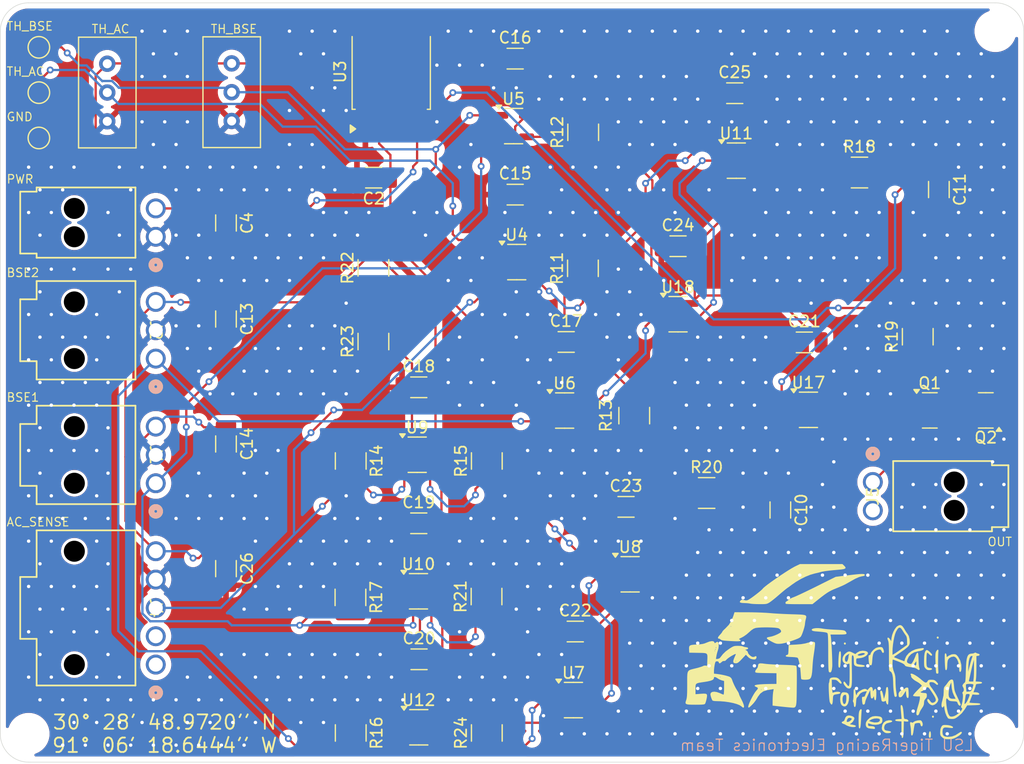
<source format=kicad_pcb>
(kicad_pcb (version 20241229) (generator "pcbnew") (generator_version "9.0")
  (layers (0 "F.Cu" signal) (2 "B.Cu" signal) (13 "F.Paste" user) (15 "B.Paste" user) (5 "F.SilkS" user "F.Silkscreen") (7 "B.SilkS" user "B.Silkscreen") (1 "F.Mask" user) (3 "B.Mask" user) (25 "Edge.Cuts" user))
  (net 0 "")
  (net 1 "+5V")
  (net 2 "GND")
  (net 3 "+12V")
  (net 4 "Net-(C10-Pad1)")
  (net 5 "Net-(C11-Pad1)")
  (net 6 "/BSE_1")
  (net 7 "/BSE_2")
  (net 10 "Net-(Q1-D)")
  (net 11 "Net-(Q1-G)")
  (net 12 "BSPD_OUT")
  (net 13 "Net-(R11-Pad1)")
  (net 14 "Net-(R12-Pad1)")
  (net 15 "Net-(R13-Pad1)")
  (net 16 "/ACCUM_V")
  (net 17 "Net-(R15-Pad1)")
  (net 18 "/BRAKE+CURRENT_HOLD")
  (net 19 "/DISCONNECT_HOLD")
  (net 20 "Net-(R21-Pad1)")
  (net 21 "/0.455V")
  (net 22 "Net-(R24-Pad1)")
  (net 24 "/THRESH_ACCUM")
  (net 25 "/THRESH_BSE")
  (net 26 "Net-(U7-Pad4)")
  (net 27 "Net-(U11-Pad2)")
  (footprint "Package_TO_SOT_SMD:SOT-23" (layer "F.Cu") (at 185.4025 102.4625 180)
    (property "Reference" "Q2")
    (property "Value" "NMOS")
  )
  (footprint "TestPoint:TestPoint_Pad_D1.5mm" (layer "F.Cu") (at 101.9025 70.425 90)
    (property "Reference" "TP9" (hide yes))
    (property "Value" "TP_BSE" (hide yes))
  )
  (footprint "Resistor_SMD:R_1210_3225Metric" (layer "F.Cu") (at 154.4025 102.925 90)
    (property "Reference" "R13")
    (property "Value" "100k")
  )
  (footprint "TestPoint:TestPoint_Pad_D1.5mm" (layer "F.Cu") (at 101.9025 78.425 90)
    (property "Reference" "TP10" (hide yes))
    (property "Value" "TP_GND" (hide yes))
  )
  (footprint "Capacitor_SMD:C_1206_3216Metric" (layer "F.Cu") (at 135.4025 112.425)
    (property "Reference" "C19")
    (property "Value" "0.1uF")
  )
  (footprint "Resistor_SMD:R_1210_3225Metric" (layer "F.Cu") (at 131.4025 89.8875 90)
    (property "Reference" "R22")
    (property "Value" "10k" (hide yes))
  )
  (footprint "BSPD:SAMMY-5PIN" (layer "F.Cu") (at 112.210606 124.8916 -90)
    (property "Reference" "J4")
    (property "Value" "SAMMY-5PIN" (hide yes))
  )
  (footprint "Capacitor_SMD:C_1206_3216Metric" (layer "F.Cu") (at 153.6775 110.975)
    (property "Reference" "C23")
    (property "Value" "0.1uF")
  )
  (footprint "Capacitor_SMD:C_1206_3216Metric" (layer "F.Cu") (at 169.4025 96.4625)
    (property "Reference" "C21")
    (property "Value" "0.1uF")
  )
  (footprint "Resistor_SMD:R_1210_3225Metric" (layer "F.Cu") (at 129.4025 130.925 -90)
    (property "Reference" "R16")
    (property "Value" "100k")
  )
  (footprint "Resistor_SMD:R_1210_3225Metric" (layer "F.Cu") (at 131.4025 96.3875 90)
    (property "Reference" "R23")
    (property "Value" "1k")
  )
  (footprint "Potentiometer_THT:Potentiometer_Bourns_3296W_Vertical" (layer "F.Cu") (at 118.9025 71.845 90)
    (property "Reference" "RV7" (hide yes))
    (property "Value" "10k")
  )
  (footprint "Resistor_SMD:R_1210_3225Metric" (layer "F.Cu") (at 141.4025 106.925 90)
    (property "Reference" "R15")
    (property "Value" "100k")
  )
  (footprint "Resistor_SMD:R_1210_3225Metric" (layer "F.Cu") (at 141.3775 118.8875 90)
    (property "Reference" "R21")
    (property "Value" "100k")
  )
  (footprint "Capacitor_SMD:C_1206_3216Metric" (layer "F.Cu") (at 167.2875 111.25 -90)
    (property "Reference" "C10")
    (property "Value" "100uF")
  )
  (footprint "Capacitor_SMD:C_1206_3216Metric" (layer "F.Cu") (at 158.265 87.975)
    (property "Reference" "C24")
    (property "Value" "0.1uF")
  )
  (footprint "Capacitor_SMD:C_1206_3216Metric" (layer "F.Cu") (at 163.265 74.475)
    (property "Reference" "C25")
    (property "Value" "0.1uF")
  )
  (footprint "Package_TO_SOT_SMD:SOT-23-5" (layer "F.Cu") (at 149.04 128.025)
    (property "Reference" "U7")
    (property "Value" "SN74AHC1G08DBVR")
  )
  (footprint "Package_TO_SOT_SMD:SOT-23-5" (layer "F.Cu") (at 135.3775 118.425)
    (property "Reference" "U10")
    (property "Value" "LM397")
  )
  (footprint "Capacitor_SMD:C_1206_3216Metric" (layer "F.Cu") (at 118.4025 116.425 -90)
    (property "Reference" "C26")
    (property "Value" "0.1uF")
  )
  (footprint "LOGO" (layer "F.Cu") (at 172.558909 124.366633)
    (property "Reference" "G***" (hide yes))
    (property "Value" "LOGO" (hide yes))
  )
  (footprint "Package_TO_SOT_SMD:SOT-23-5" (layer "F.Cu") (at 158.265 93.975)
    (property "Reference" "U18")
    (property "Value" "SN74AHC1G32DBVR")
  )
  (footprint "" (layer "F.Cu") (at 186.25 69)
    (property "Reference" "")
    (property "Value" "")
  )
  (footprint "Capacitor_SMD:C_1206_3216Metric" (layer "F.Cu") (at 148.4025 96.425)
    (property "Reference" "C17")
    (property "Value" "0.1uF")
  )
  (footprint "Package_TO_SOT_SMD:SOT-23-5" (layer "F.Cu") (at 144.04 89.375)
    (property "Reference" "U4")
    (property "Value" "LM397")
  )
  (footprint "BSPD:SAMMY-2PIN" (layer "F.Cu") (at 175.441895 108.7834 90)
    (property "Reference" "J5")
    (property "Value" "SAMMY-2PIN" (hide yes))
  )
  (footprint "Capacitor_SMD:C_1206_3216Metric" (layer "F.Cu") (at 143.9025 71.425)
    (property "Reference" "C16")
    (property "Value" "0.1uF")
  )
  (footprint "BSPD:SAMMY-3PIN" (layer "F.Cu") (at 112.210606 108.8916 -90)
    (property "Reference" "J1")
    (property "Value" "SAMMY-3PIN" (hide yes))
  )
  (footprint "" (layer "F.Cu") (at 186.25 131)
    (property "Reference" "")
    (property "Value" "")
  )
  (footprint "Capacitor_SMD:C_1206_3216Metric" (layer "F.Cu") (at 181.265 82.975 -90)
    (property "Reference" "C11")
    (property "Value" "100uF")
  )
  (footprint "Resistor_SMD:R_1210_3225Metric" (layer "F.Cu") (at 141.4025 130.925 90)
    (property "Reference" "R24")
    (property "Value" "100k")
  )
  (footprint "Capacitor_SMD:C_1206_3216Metric" (layer "F.Cu") (at 118.4025 105.425 -90)
    (property "Reference" "C14")
    (property "Value" "0.1uF")
  )
  (footprint "Package_TO_SOT_SMD:SOT-23-5" (layer "F.Cu") (at 148.265 102.475)
    (property "Reference" "U6")
    (property "Value" "LM397")
  )
  (footprint "Package_TO_SOT_SMD:SOT-23" (layer "F.Cu") (at 180.465 102.4625)
    (property "Reference" "Q1")
    (property "Value" "NMOS")
  )
  (footprint "Capacitor_SMD:C_1206_3216Metric" (layer "F.Cu") (at 131.4275 81.925 180)
    (property "Reference" "C2")
    (property "Value" "10uF")
  )
  (footprint "Capacitor_SMD:C_1206_3216Metric" (layer "F.Cu") (at 118.4025 94.4 -90)
    (property "Reference" "C13")
    (property "Value" "0.1uF")
  )
  (footprint "Resistor_SMD:R_1210_3225Metric" (layer "F.Cu") (at 179.4025 95.9625 90)
    (property "Reference" "R19")
    (property "Value" "10k")
  )
  (footprint "Capacitor_SMD:C_1206_3216Metric" (layer "F.Cu") (at 135.4275 124.425)
    (property "Reference" "C20")
    (property "Value" "0.1uF")
  )
  (footprint "Capacitor_SMD:C_1206_3216Metric" (layer "F.Cu") (at 149.2025 121.975)
    (property "Reference" "C22")
    (property "Value" "0.1uF")
  )
  (footprint "Resistor_SMD:R_1210_3225Metric" (layer "F.Cu") (at 129.3775 118.9625 -90)
    (property "Reference" "R17")
    (property "Value" "100k")
  )
  (footprint "Resistor_SMD:R_1210_3225Metric" (layer "F.Cu") (at 129.4025 106.925 -90)
    (property "Reference" "R14")
    (property "Value" "100k")
  )
  (footprint "Capacitor_SMD:C_1206_3216Metric" (layer "F.Cu") (at 118.4025 85.925 -90)
    (property "Reference" "C4")
    (property "Value" "10uF" (hide yes))
  )
  (footprint "Resistor_SMD:R_1210_3225Metric" (layer "F.Cu") (at 160.7875 109.75)
    (property "Reference" "R20")
    (property "Value" "1k")
  )
  (footprint "Package_TO_SOT_SMD:SOT-23-5" (layer "F.Cu") (at 163.4025 80.425)
    (property "Reference" "U11")
    (property "Value" "SN74AHC1G08DBVR")
  )
  (footprint "" (layer "F.Cu") (at 101 131)
    (property "Reference" "")
    (property "Value" "")
  )
  (footprint "Resistor_SMD:R_1210_3225Metric" (layer "F.Cu") (at 149.9025 77.925 90)
    (property "Reference" "R12")
    (property "Value" "100k")
  )
  (footprint "Package_TO_SOT_SMD:TO-252-3_TabPin2" (layer "F.Cu") (at 132.975 72.585 90)
    (property "Reference" "U3")
    (property "Value" "LM1117DT-5.0")
  )
  (footprint "BSPD:SAMMY-2PIN" (layer "F.Cu") (at 112.210606 87.1416 -90)
    (property "Reference" "J3" (hide yes))
    (property "Value" "SAMMY-2PIN" (hide yes))
  )
  (footprint "Resistor_SMD:R_1210_3225Metric" (layer "F.Cu") (at 149.8775 89.925 90)
    (property "Reference" "R11")
    (property "Value" "100k")
  )
  (footprint "Package_TO_SOT_SMD:SOT-23-5" (layer "F.Cu") (at 135.265 106.375)
    (property "Reference" "U9")
    (property "Value" "LM397")
  )
  (footprint "Package_TO_SOT_SMD:SOT-23-5" (layer "F.Cu") (at 135.4025 130.425)
    (property "Reference" "U12")
    (property "Value" "LM397")
  )
  (footprint "Package_TO_SOT_SMD:SOT-23-5" (layer "F.Cu") (at 143.765 77.375)
    (property "Reference" "U5")
    (property "Value" "LM397")
  )
  (footprint "Potentiometer_THT:Potentiometer_Bourns_3296W_Vertical" (layer "F.Cu") (at 107.9325 71.875 90)
    (property "Reference" "RV6" (hide yes))
    (property "Value" "10k")
  )
  (footprint "Capacitor_SMD:C_1206_3216Metric" (layer "F.Cu") (at 135.4025 100.425)
    (property "Reference" "C18")
    (property "Value" "0.1uF")
  )
  (footprint "TestPoint:TestPoint_Pad_D1.5mm" (layer "F.Cu") (at 101.9025 74.425 90)
    (property "Reference" "TP8" (hide yes))
    (property "Value" "TP_ACCUM" (hide yes))
  )
  (footprint "Package_TO_SOT_SMD:SOT-23-5" (layer "F.Cu") (at 169.765 102.4125)
    (property "Reference" "U17")
    (property "Value" "SN74AHC1G32DBVR")
  )
  (footprint "BSPD:SAMMY-3PIN" (layer "F.Cu") (at 112.210606 97.8916 -90)
    (property "Reference" "J2")
    (property "Value" "SAMMY-3PIN" (hide yes))
  )
  (footprint "Package_TO_SOT_SMD:SOT-23-5" (layer "F.Cu") (at 154.04 116.925)
    (property "Reference" "U8")
    (property "Value" "SN74AHC1G00DBVR")
  )
  (footprint "Resistor_SMD:R_1210_3225Metric" (layer "F.Cu") (at 174.265 81.475)
    (property "Reference" "R18")
    (property "Value" "2.2k")
  )
  (footprint "Capacitor_SMD:C_1206_3216Metric" (layer "F.Cu") (at 143.9025 83.425)
    (property "Reference" "C15")
    (property "Value" "0.1uF")
  )
  (gr_line (start 188.75 131) (end 188.75 69) (stroke (width 0.05)) (layer "Edge.Cuts"))
  (gr_line (start 186.25 66.5) (end 101 66.5) (stroke (width 0.05)) (layer "Edge.Cuts"))
  (gr_arc (start 98.5 69) (mid 99.232233 67.232233) (end 101 66.5) (stroke (width 0.05)) (layer "Edge.Cuts"))
  (gr_arc (start 101 133.5) (mid 99.232233 132.767767) (end 98.5 131) (stroke (width 0.05)) (layer "Edge.Cuts"))
  (gr_line (start 98.5 69) (end 98.5 131) (stroke (width 0.05)) (layer "Edge.Cuts"))
  (gr_line (start 186.25 133.5) (end 101 133.5) (stroke (width 0.05)) (layer "Edge.Cuts"))
  (gr_arc (start 188.75 131) (mid 188.017767 132.767767) (end 186.25 133.5) (stroke (width 0.05)) (layer "Edge.Cuts"))
  (gr_arc (start 186.25 66.5) (mid 188.017767 67.232233) (end 188.75 69) (stroke (width 0.05)) (layer "Edge.Cuts"))
  (gr_text "GND" (at 99 77 0) (layer "F.SilkS") (effects (font (size 0.75 0.75) (thickness 0.1)) (justify left bottom)))
  (gr_text "TH_AC" (at 106.5 69.25 0) (layer "F.SilkS") (effects (font (size 0.75 0.75) (thickness 0.1)) (justify left bottom)))
  (gr_text "OUT\n" (at 185.5 114.5 0) (layer "F.SilkS") (effects (font (size 0.75 0.75) (thickness 0.1)) (justify left bottom)))
  (gr_text "TH_BSE" (at 117 69.25 0) (layer "F.SilkS") (effects (font (size 0.75 0.75) (thickness 0.1)) (justify left bottom)))
  (gr_text "BSE2" (at 99 90.75 0) (layer "F.SilkS") (effects (font (size 0.75 0.75) (thickness 0.1)) (justify left bottom)))
  (gr_text "30° 28' 48.9720'' N\n91° 06' 18.6444'' W" (at 113 131 0) (layer "F.SilkS") (effects (font (size 1.27 1.27))))
  (gr_text "PWR" (at 99 82.5 0) (layer "F.SilkS") (effects (font (size 0.75 0.75) (thickness 0.1)) (justify left bottom)))
  (gr_text "AC_SENSE\n" (at 99 112.75 0) (layer "F.SilkS") (effects (font (size 0.75 0.75) (thickness 0.1)) (justify left bottom)))
  (gr_text "TH_AC" (at 99 73 0) (layer "F.SilkS") (effects (font (size 0.75 0.75) (thickness 0.1)) (justify left bottom)))
  (gr_text "TH_BSE" (at 99 69 0) (layer "F.SilkS") (effects (font (size 0.75 0.75) (thickness 0.1)) (justify left bottom)))
  (gr_text "BSE1\n" (at 99 101.75 0) (layer "F.SilkS") (effects (font (size 0.75 0.75) (thickness 0.1)) (justify left bottom)))
  (gr_text "LSU TigerRacing Electronics Team" (at 184.4 132.6 0) (layer "B.SilkS") (effects (font (size 1 1) (thickness 0.1)) (justify left bottom mirror)))
  (segment (start 148.2515 90.0885) (end 148.2515 94.799) (width 0.2) (layer "F.Cu") (net 1))
  (segment (start 154.4025 100.95) (end 154.4025 101.4625) (width 0.2) (layer "F.Cu") (net 1))
  (segment (start 118.3441 103.8916) (end 118.4025 103.95) (width 0.2) (layer "F.Cu") (net 1))
  (segment (start 136.8775 117.1125) (end 136.515 117.475) (width 0.2) (layer "F.Cu") (net 1))
  (segment (start 158.4025 95.425) (end 156.4025 97.425) (width 0.2) (layer "F.Cu") (net 1))
  (segment (start 137.4785 118.4385) (end 138.492 117.425) (width 0.2) (layer "F.Cu") (net 1))
  (segment (start 154.214 118.4385) (end 154.214 116.9385) (width 0.2) (layer "F.Cu") (net 1))
  (segment (start 136.9025 124.425) (end 136.9025 129.1125) (width 0.2) (layer "F.Cu") (net 1))
  (segment (start 132.975 77.625) (end 131.9025 76.5525) (width 0.2) (layer "F.Cu") (net 1))
  (segment (start 112.986906 92.840594) (end 112.986906 92.925) (width 0.2) (layer "F.Cu") (net 1))
  (segment (start 145.1775 88.425) (end 149.84 88.425) (width 0.2) (layer "F.Cu") (net 1))
  (segment (start 132.9025 85.925) (end 132.9025 81.925) (width 0.2) (layer "F.Cu") (net 1))
  (segment (start 170.8775 96.4625) (end 170.8775 96.9) (width 0.2) (layer "F.Cu") (net 1))
  (segment (start 136.8775 100.425) (end 136.8775 93.9) (width 0.2) (layer "F.Cu") (net 1))
  (segment (start 149.8775 96.425) (end 154.4025 100.95) (width 0.2) (layer "F.Cu") (net 1))
  (segment (start 141.4025 129.4625) (end 136.5525 129.4625) (width 0.2) (layer "F.Cu") (net 1))
  (segment (start 132.9025 81.925) (end 132.9025 79.925) (width 0.2) (layer "F.Cu") (net 1))
  (segment (start 136.5525 129.4625) (end 136.54 129.475) (width 0.2) (layer "F.Cu") (net 1))
  (segment (start 149.865 76.425) (end 149.9025 76.4625) (width 0.2) (layer "F.Cu") (net 1))
  (segment (start 118.8725 71.875) (end 118.9025 71.845) (width 0.2) (layer "F.Cu") (net 1))
  (segment (start 106.9115 92.934) (end 109.539853 95.562353) (width 0.2) (layer "F.Cu") (net 1))
  (segment (start 143.9025 81.95) (end 143.9025 77.425) (width 0.2) (layer "F.Cu") (net 1))
  (segment (start 163.5765 84.1385) (end 163.5765 80.4385) (width 0.2) (layer "F.Cu") (net 1))
  (segment (start 136.4025 105.425) (end 136.8775 104.95) (width 0.2) (layer "F.Cu") (net 1))
  (segment (start 141.4025 129.4625) (end 141.965 130.025) (width 0.2) (layer "F.Cu") (net 1))
  (segment (start 154.214 116.9385) (end 155.1775 115.975) (width 0.2) (layer "F.Cu") (net 1))
  (segment (start 112.210606 92.8916) (end 112.9359 92.8916) (width 0.2) (layer "F.Cu") (net 1))
  (segment (start 141.965 130.025) (end 148.8025 130.025) (width 0.2) (layer "F.Cu") (net 1))
  (segment (start 116.55 114.95) (end 118.4025 114.95) (width 0.2) (layer "F.Cu") (net 1))
  (segment (start 136.9025 124.425) (end 137.4785 123.849) (width 0.2) (layer "F.Cu") (net 1))
  (segment (start 161.69 71.425) (end 164.74 74.475) (width 0.2) (layer "F.Cu") (net 1))
  (segment (start 114.4025 92.925) (end 118.4025 92.925) (width 0.2) (layer "F.Cu") (net 1))
  (segment (start 150.6775 121.975) (end 154.214 118.4385) (width 0.2) (layer "F.Cu") (net 1))
  (segment (start 170.8775 96.9) (end 170.9025 96.925) (width 0.2) (layer "F.Cu") (net 1))
  (segment (start 145.3775 83.425) (end 145.3775 88.225) (width 0.2) (layer "F.Cu") (net 1))
  (segment (start 132.455 71.845) (end 132.975 71.325) (width 0.2) (layer "F.Cu") (net 1))
  (segment (start 156.4025 114.75) (end 155.1775 115.975) (width 0.2) (layer "F.Cu") (net 1))
  (segment (start 159.74 87.975) (end 159.74 92.6875) (width 0.2) (layer "F.Cu") (net 1))
  (segment (start 158.4025 94.620532) (end 158.4025 95.425) (width 0.2) (layer "F.Cu") (net 1))
  (segment (start 109.539853 106.562353) (end 109.539853 112.220847) (width 0.2) (layer "F.Cu") (net 1))
  (segment (start 145.3775 88.225) (end 145.1775 88.425) (width 0.2) (layer "F.Cu") (net 1))
  (segment (start 115.5 115.5) (end 116 115.5) (width 0.2) (layer "F.Cu") (net 1))
  (segment (start 109.539853 106.562353) (end 112.210606 103.8916) (width 0.2) (layer "F.Cu") (net 1))
  (segment (start 137.4785 123.849) (end 137.4785 118.4385) (width 0.2) (layer "F.Cu") (net 1))
  (segment (start 150.6775 121.975) (end 150.6775 126.575) (width 0.2) (layer "F.Cu") (net 1))
  (segment (start 138.492 117.425) (end 141.3775 117.425) (width 0.2) (layer "F.Cu") (net 1))
  (segment (start 118.3441 114.8916) (end 118.4025 114.95) (width 0.2) (layer "F.Cu") (net 1))
  (segment (start 136.9025 129.1125) (end 136.54 129.475) (width 0.2) (layer "F.Cu") (net 1))
  (segment (start 148.8025 130.025) (end 149.214 129.6135) (width 0.2) (layer "F.Cu") (net 1))
  (segment (start 137.4025 106.425) (end 136.4025 105.425) (width 0.2) (layer "F.Cu") (net 1))
  (segment (start 109.539853 112.220847) (end 112.210606 114.8916) (width 0.2) (layer "F.Cu") (net 1))
  (segment (start 137.4025 111.9) (end 137.4025 106.425) (width 0.2) (layer "F.Cu") (net 1))
  (segment (start 155.1525 110.975) (end 156.4025 109.725) (width 0.2) (layer "F.Cu") (net 1))
  (segment (start 131.4025 88.425) (end 131.4025 87.425) (width 0.2) (layer "F.Cu") (net 1))
  (segment (start 141.365 105.425) (end 141.4025 105.4625) (width 0.2) (layer "F.Cu") (net 1))
  (segment (start 118.9025 71.845) (end 132.455 71.845) (width 0.2) (layer "F.Cu") (net 1))
  (segment (start 131.9025 72.3975) (end 132.975 71.325) (width 0.2) (layer "F.Cu") (net 1))
  (segment (start 145.3775 71.425) (end 161.69 71.425) (width 0.2) (layer "F.Cu") (net 1))
  (segment (start 159.74 87.975) (end 163.5765 84.1385) (width 0.2) (layer "F.Cu") (net 1))
  (segment (start 137.4785 118.4385) (end 136.515 117.475) (width 0.2) (layer "F.Cu") (net 1))
  (segment (start 149.84 88.425) (end 149.8775 88.4625) (width 0.2) (layer "F.Cu") (net 1))
  (segment (start 156.4025 97.425) (end 156.4025 99.4625) (width 0.2) (layer "F.Cu") (net 1))
  (segment (start 145.3775 83.425) (end 143.9025 81.95) (width 0.2) (layer "F.Cu") (net 1))
  (segment (start 159.4025 93.025) (end 160.1035 92.324) (width 0.2) (layer "F.Cu") (net 1))
  (segment (start 156.4025 99.4625) (end 154.4025 101.4625) (width 0.2) (layer "F.Cu") (net 1))
  (segment (start 118.3691 92.8916) (end 118.4025 92.925) (width 0.2) (layer "F.Cu") (net 1))
  (segment (start 163.5765 80.4385) (end 164.54 79.475) (width 0.2) (layer "F.Cu") (net 1))
  (segment (start 134.076 70.224) (end 144.1765 70.224) (width 0.2) (layer "F.Cu") (net 1))
  (segment (start 156.4025 109.725) (end 156.4025 99.4625) (width 0.2) (layer "F.Cu") (net 1))
  (segment (start 136.8775 104.95) (end 136.8775 100.425) (width 0.2) (layer "F.Cu") (net 1))
  (segment (start 150.6775 126.575) (end 150.1775 127.075) (width 0.2) (layer "F.Cu") (net 1))
  (segment (start 136.8775 93.9) (end 131.4025 88.425) (width 0.2) (layer "F.Cu") (net 1))
  (segment (start 149.8775 96.425) (end 149.8775 101.05) (width 0.2) (layer "F.Cu") (net 1))
  (segment (start 131.9025 76.5525) (end 131.9025 76.425) (width 0.2) (layer "F.Cu") (net 1))
  (segment (start 143.9025 77.425) (end 144.9025 76.425) (width 0.2) (layer "F.Cu") (net 1))
  (segment (start 109.539853 95.562353) (end 112.210606 92.8916) (width 0.2) (layer "F.Cu") (net 1))
  (segment (start 136.8775 112.425) (end 136.8775 117.1125) (width 0.2) (layer "F.Cu") (net 1))
  (segment (start 118.9025 71.845) (end 107.9625 71.845) (width 0.2) (layer "F.Cu") (net 1))
  (segment (start 107.9325 71.875) (end 106.9115 72.896) (width 0.2) (layer "F.Cu") (net 1))
  (segment (start 112.9359 92.8916) (end 112.986906 92.840594) (width 0.2) (layer "F.Cu") (net 1))
  (segment (start 132.9025 79.925) (end 131.9025 78.925) (width 0.2) (layer "F.Cu") (net 1))
  (segment (start 148.2515 94.799) (end 149.8775 96.425) (width 0.2) (layer "F.Cu") (net 1))
  (segment (start 164.74 74.475) (end 164.74 79.275) (width 0.2) (layer "F.Cu") (net 1))
  (segment (start 144.1765 70.224) (end 145.3775 71.425) (width 0.2) (layer "F.Cu") (net 1))
  (segment (start 126.9025 92.925) (end 131.4025 88.425) (width 0.2) (layer "F.Cu") (net 1))
  (segment (start 160.1035 92.324) (end 166.739 92.324) (width 0.2) (layer "F.Cu") (net 1))
  (segment (start 136.8775 112.425) (end 137.4025 111.9) (width 0.2) (layer "F.Cu") (net 1))
  (segment (start 164.74 79.275) (end 164.54 79.475) (width 0.2) (layer "F.Cu") (net 1))
  (segment (start 131.9025 76.425) (end 131.9025 72.3975) (width 0.2) (layer "F.Cu") (net 1))
  (segment (start 149.214 128.0385) (end 150.1775 127.075) (width 0.2) (layer "F.Cu") (net 1))
  (segment (start 106.9115 72.896) (end 106.9115 92.934) (width 0.2) (layer "F.Cu") (net 1))
  (segment (start 118.4025 92.925) (end 126.9025 92.925) (width 0.2) (layer "F.Cu") (net 1))
  (segment (start 141.39 129.475) (end 141.4025 129.4625) (width 0.2) (layer "F.Cu") (net 1))
  (segment (start 116 103.5) (end 116.45 103.95) (width 0.2) (layer "F.Cu") (net 1))
  (segment (start 116.45 103.95) (end 118.4025 103.95) (width 0.2) (layer "F.Cu") (net 1))
  (segment (start 145.3775 71.425) (end 145.3775 75.95) (width 0.2) (layer "F.Cu") (net 1))
  (segment (start 109.539853 106.562353) (end 109.539853 95.562353) (width 0.2) (layer "F.Cu") (net 1))
  (segment (start 149.214 129.6135) (end 149.214 128.0385) (width 0.2) (layer "F.Cu") (net 1))
  (segment (start 145.3775 75.95) (end 144.9025 76.425) (width 0.2) (layer "F.Cu") (net 1))
  (segment (start 159.4025 93.620532) (end 158.4025 94.620532) (width 0.2) (layer "F.Cu") (net 1))
  (segment (start 156.4025 109.725) (end 156.4025 114.75) (width 0.2) (layer "F.Cu") (net 1))
  (segment (start 170.9025 96.925) (end 170.9025 101.4625) (width 0.2) (layer "F.Cu") (net 1))
  (segment (start 131.4025 87.425) (end 132.9025 85.925) (width 0.2) (layer "F.Cu") (net 1))
  (segment (start 131.9025 78.925) (end 131.9025 76.425) (width 0.2) (layer "F.Cu") (net 1))
  (segment (start 149.8775 88.4625) (end 148.2515 90.0885) (width 0.2) (layer "F.Cu") (net 1))
  (segment (start 149.8775 101.05) (end 149.4025 101.525) (width 0.2) (layer "F.Cu") (net 1))
  (segment (start 159.74 92.6875) (end 159.4025 93.025) (width 0.2) (layer "F.Cu") (net 1))
  (segment (start 107.9625 71.845) (end 107.9325 71.875) (width 0.2) (layer "F.Cu") (net 1))
  (segment (start 159.4025 93.025) (end 159.4025 93.620532) (width 0.2) (layer "F.Cu") (net 1))
  (segment (start 166.739 92.324) (end 170.8775 96.4625) (width 0.2) (layer "F.Cu") (net 1))
  (segment (start 136.4025 105.425) (end 141.365 105.425) (width 0.2) (layer "F.Cu") (net 1))
  (segment (start 116 115.5) (end 116.55 114.95) (width 0.2) (layer "F.Cu") (net 1))
  (segment (start 132.975 71.325) (end 134.076 70.224) (width 0.2) (layer "F.Cu") (net 1))
  (segment (start 144.9025 76.425) (end 149.865 76.425) (width 0.2) (layer "F.Cu") (net 1))
  (via (at 114.4025 92.925) (size 0.6) (drill 0.3) (layers "F.Cu" "B.Cu") (net 1))
  (via (at 116 103.5) (size 0.6) (drill 0.3) (layers "F.Cu" "B.Cu") (net 1))
  (via (at 115.5 115.5) (size 0.6) (drill 0.3) (layers "F.Cu" "B.Cu") (net 1))
  (segment (start 115.5153 103.0153) (end 116 103.5) (width 0.2) (layer "B.Cu") (net 1))
  (segment (start 114.8916 114.8916) (end 115.5 115.5) (width 0.2) (layer "B.Cu") (net 1))
  (segment (start 112.210606 92.8916) (end 114.3691 92.8916) (width 0.2) (layer "B.Cu") (net 1))
  (segment (start 112.210606 114.8916) (end 114.8916 114.8916) (width 0.2) (layer "B.Cu") (net 1))
  (segment (start 113.086906 103.0153) (end 115.5153 103.0153) (width 0.2) (layer "B.Cu") (net 1))
  (segment (start 112.210606 103.8916) (end 113.086906 103.0153) (width 0.2) (layer "B.Cu") (net 1))
  (segment (start 114.4025 92.925) (end 114.3691 92.8916) (width 0.2) (layer "B.Cu") (net 1))
  (segment (start 157.1275 94.925) (end 157.481968 94.925) (width 0.2) (layer "F.Cu") (net 2))
  (segment (start 146.825 128.975) (end 146.4 129.4) (width 0.2) (layer "F.Cu") (net 2))
  (segment (start 112.719006 117.9) (end 112.210606 117.3916) (width 0.2) (layer "F.Cu") (net 2))
  (segment (start 147.789999 102.475) (end 147.1275 102.475) (width 0.2) (layer "F.Cu") (net 2))
  (segment (start 129.4025 104.95) (end 129.4025 105.4625) (width 0.2) (layer "F.Cu") (net 2))
  (segment (start 107.9625 76.925) (end 107.9325 76.955) (width 0.2) (layer "F.Cu") (net 2))
  (segment (start 118.1441 87.1416) (end 118.4025 87.4) (width 0.2) (layer "F.Cu") (net 2))
  (segment (start 117.8941 106.3916) (end 118.4025 106.9) (width 0.2) (layer "F.Cu") (net 2))
  (segment (start 158.091 92.091) (end 157 91) (width 0.2) (layer "F.Cu") (net 2))
  (segment (start 147.1275 102.475) (end 147.481968 102.475) (width 0.2) (layer "F.Cu") (net 2))
  (segment (start 118.4025 95.875) (end 118.8525 95.875) (width 0.2) (layer "F.Cu") (net 2))
  (segment (start 133.602501 130.425) (end 134.265 130.425) (width 0.2) (layer "F.Cu") (net 2))
  (segment (start 157.481968 94.925) (end 158.091 94.315968) (width 0.2) (layer "F.Cu") (net 2))
  (segment (start 117.9191 95.3916) (end 118.4025 95.875) (width 0.2) (layer "F.Cu") (net 2))
  (segment (start 134.1275 106.375) (end 134.481968 106.375) (width 0.2) (layer "F.Cu") (net 2))
  (segment (start 133.773032 106.375) (end 134.1275 106.375) (width 0.2) (layer "F.Cu") (net 2))
  (segment (start 134.24 118.425) (end 133.577501 118.425) (width 0.2) (layer "F.Cu") (net 2))
  (segment (start 142.6275 77.375) (end 141.9525 77.375) (width 0.2) (layer "F.Cu") (net 2))
  (segment (start 131.4025 97.85) (end 131.4025 97.9) (width 0.2) (layer "F.Cu") (net 2))
  (segment (start 142.9025 89.375) (end 143.256968 89.375) (width 0.2) (layer "F.Cu") (net 2))
  (segment (start 130.495 77.425) (end 130.695 77.625) (width 0.2) (layer "F.Cu") (net 2))
  (segment (start 117.8941 117.3916) (end 118.4025 117.9) (width 0.2) (layer "F.Cu") (net 2))
  (segment (start 142.9025 89.375) (end 143.564999 89.375) (width 0.2) (layer "F.Cu") (net 2))
  (segment (start 147.9025 128.975) (end 146.825 128.975) (width 0.2) (layer "F.Cu") (net 2))
  (segment (start 133.9275 112.425) (end 133.9275 112.95) (width 0.2) (layer "F.Cu") (net 2))
  (segment (start 158.091 94.315968) (end 158.091 92.091) (width 0.2) (layer "F.Cu") (net 2))
  (via (at 151 106) (size 0.6) (drill 0.3) (layers "F.Cu" "B.Cu") (net 2))
  (via (at 155 121) (size 0.6) (drill 0.3) (layers "F.Cu" "B.Cu") (net 2))
  (via (at 131 126) (size 0.6) (drill 0.3) (layers "F.Cu" "B.Cu") (net 2))
  (via (at 175 121) (size 0.6) (drill 0.3) (layers "F.Cu" "B.Cu") (net 2))
  (via (at 177 105) (size 0.6) (drill 0.3) (layers "F.Cu" "B.Cu") (net 2))
  (via (at 107 130) (size 0.6) (drill 0.3) (layers "F.Cu" "B.Cu") (net 2))
  (via (at 115 81) (size 0.6) (drill 0.3) (layers "F.Cu" "B.Cu") (net 2))
  (via (at 174 69) (size 0.6) (drill 0.3) (layers "F.Cu" "B.Cu") (net 2))
  (via (at 148 69) (size 0.6) (drill 0.3) (layers "F.Cu" "B.Cu") (net 2))
  (via (at 124 69) (size 0.6) (drill 0.3) (layers "F.Cu" "B.Cu") (net 2))
  (via (at 166 115) (size 0.6) (drill 0.3) (layers "F.Cu" "B.Cu") (net 2))
  (via (at 187 117) (size 0.6) (drill 0.3) (layers "F.Cu" "B.Cu") (net 2))
  (via (at 147 85) (size 0.6) (drill 0.3) (layers "F.Cu" "B.Cu") (net 2))
  (via (at 114 87) (size 0.6) (drill 0.3) (layers "F.Cu" "B.Cu") (net 2))
  (via (at 127 101) (size 0.6) (drill 0.3) (layers "F.Cu" "B.Cu") (net 2))
  (via (at 153 114) (size 0.6) (drill 0.3) (layers "F.Cu" "B.Cu") (net 2))
  (via (at 187 109) (size 0.6) (drill 0.3) (layers "F.Cu" "B.Cu") (net 2))
  (via (at 144 128) (size 0.6) (drill 0.3) (layers "F.Cu" "B.Cu") (net 2))
  (via (at 158 123) (size 0.6) (drill 0.3) (layers "F.Cu" "B.Cu") (net 2))
  (via (at 116 87) (size 0.6) (drill 0.3) (layers "F.Cu" "B.Cu") (net 2))
  (via (at 143 126) (size 0.6) (drill 0.3) (layers "F.Cu" "B.Cu") (net 2))
  (via (at 147 106) (size 0.6) (drill 0.3) (layers "F.Cu" "B.Cu") (net 2))
  (via (at 175 87) (size 0.6) (drill 0.3) (layers "F.Cu" "B.Cu") (net 2))
  (via (at 179 125) (size 0.6) (drill 0.3) (layers "F.Cu" "B.Cu") (net 2))
  (via (at 108 128) (size 0.6) (drill 0.3) (layers "F.Cu" "B.Cu") (net 2))
  (via (at 180 69) (size 0.6) (drill 0.3) (layers "F.Cu" "B.Cu") (net 2))
  (via (at 183 81) (size 0.6) (drill 0.3) (layers "F.Cu" "B.Cu") (net 2))
  (via (at 156 127) (size 0.6) (drill 0.3) (layers "F.Cu" "B.Cu") (net 2))
  (via (at 176 85) (size 0.6) (drill 0.3) (layers "F.Cu" "B.Cu") (net 2))
  (via (at 104 112) (size 0.6) (drill 0.3) (layers "F.Cu" "B.Cu") (net 2))
  (via (at 172 85) (size 0.6) (drill 0.3) (layers "F.Cu" "B.Cu") (net 2))
  (via (at 120 132) (size 0.6) (drill 0.3) (layers "F.Cu" "B.Cu") (net 2))
  (via (at 168 73) (size 0.6) (drill 0.3) (layers "F.Cu" "B.Cu") (net 2))
  (via (at 141 89) (size 0.6) (drill 0.3) (layers "F.Cu" "B.Cu") (net 2))
  (via (at 116 83) (size 0.6) (drill 0.3) (layers "F.Cu" "B.Cu") (net 2))
  (via (at 185 85) (size 0.6) (drill 0.3) (layers "F.Cu" "B.Cu") (net 2))
  (via (at 153 73) (size 0.6) (drill 0.3) (layers "F.Cu" "B.Cu") (net 2))
  (via (at 176 73) (size 0.6) (drill 0.3) (layers "F.Cu" "B.Cu") (net 2))
  (via (at 118 124) (size 0.6) (drill 0.3) (layers "F.Cu" "B.Cu") (net 2))
  (via (at 145 122) (size 0.6) (drill 0.3) (layers "F.Cu" "B.Cu") (net 2))
  (via (at 128 74) (size 0.6) (drill 0.3) (layers "F.Cu" "B.Cu") (net 2))
  (via (at 182 87) (size 0.6) (drill 0.3) (layers "F.Cu" "B.Cu") (net 2))
  (via (at 142 124) (size 0.6) (drill 0.3) (layers "F.Cu" "B.Cu") (net 2))
  (via (at 173 125) (size 0.6) (drill 0.3) (layers "F.Cu" "B.Cu") (net 2))
  (via (at 143 94) (size 0.6) (drill 0.3) (layers "F.Cu" "B.Cu") (net 2))
  (via (at 130 99) (size 0.6) (drill 0.3) (layers "F.Cu" "B.Cu") (net 2))
  (via (at 173 71) (size 0.6) (drill 0.3) (layers "F.Cu" "B.Cu") (net 2))
  (via (at 106 128) (size 0.6) (drill 0.3) (layers "F.Cu" "B.Cu") (net 2))
  (via (at 125 81) (size 0.6) (drill 0.3) (layers "F.Cu" "B.Cu") (net 2))
  (via (at 148 116) (size 0.6) (drill 0.3) (layers "F.Cu" "B.Cu") (net 2))
  (via (at 171 83) (size 0.6) (drill 0.3) (layers "F.Cu" "B.Cu") (net 2))
  (via (at 146 116) (size 0.6) (drill 0.3) (layers "F.Cu" "B.Cu") (net 2))
  (via (at 113 130) (size 0.6) (drill 0.3) (layers "F.Cu" "B.Cu") (net 2))
  (via (at 160 100) (size 0.6) (drill 0.3) (layers "F.Cu" "B.Cu") (net 2))
  (via (at 165 102) (size 0.6) (drill 0.3) (layers "F.Cu" "B.Cu") (net 2))
  (via (at 125 97) (size 0.6) (drill 0.3) (layers "F.Cu" "B.Cu") (net 2))
  (via (at 143 85) (size 0.6) (drill 0.3) (layers "F.Cu" "B.Cu") (net 2))
  (via (at 165 98) (size 0.6) (drill 0.3) (layers "F.Cu" "B.Cu") (net 2))
  (via (at 178 123) (size 0.6) (drill 0.3) (layers "F.Cu" "B.Cu") (net 2))
  (via (at 101 126) (size 0.6) (drill 0.3) (layers "F.Cu" "B.Cu") (net 2))
  (via (at 147 114) (size 0.6) (drill 0.3) (layers "F.Cu" "B.Cu") (net 2))
  (via (at 136 87) (size 0.6) (drill 0.3) (layers "F.Cu" "B.Cu") (net 2))
  (via (at 153 98) (size 0.6) (drill 0.3) (layers "F.Cu" "B.Cu") (net 2))
  (via (at 127 85) (size 0.6) (drill 0.3) (layers "F.Cu" "B.Cu") (net 2))
  (via (at 108 116) (size 0.6) (drill 0.3) (layers "F.Cu" "B.Cu") (net 2))
  (via (at 126 128) (size 0.6) (drill 0.3) (layers "F.Cu" "B.Cu") (net 2))
  (via (at 170 115) (size 0.6) (drill 0.3) (layers "F.Cu" "B.Cu") (net 2))
  (via (at 126 74) (size 0.6) (drill 0.3) (layers "F.Cu" "B.Cu") (net 2))
  (via (at 128 87) (size 0.6) (drill 0.3) (layers "F.Cu" "B.Cu") (net 2))
  (via (at 165 113) (size 0.6) (drill 0.3) (layers "F.Cu" "B.Cu") (net 2))
  (via (at 103 114) (size 0.6) (drill 0.3) (layers "F.Cu" "B.Cu") (net 2))
  (via (at 112 132) (size 0.6) (drill 0.3) (layers "F.Cu" "B.Cu") (net 2))
  (via (at 161 121) (size 0.6) (drill 0.3) (layers "F.Cu" "B.Cu") (net 2))
  (via (at 128 83) (size 0.6) (drill 0.3) (layers "F.Cu" "B.Cu") (net 2))
  (via (at 165 83) (size 0.6) (drill 0.3) (layers "F.Cu" "B.Cu") (net 2))
  (via (at 159 98) (size 0.6) (drill 0.3) (layers "F.Cu" "B.Cu") (net 2))
  (via (at 180 91) (size 0.6) (drill 0.3) (layers "F.Cu" "B.Cu") (net 2))
  (via (at 183 129) (size 0.6) (drill 0.3) (layers "F.Cu" "B.Cu") (net 2))
  (via (at 126 83) (size 0.6) (drill 0.3) (layers "F.Cu" "B.Cu") (net 2))
  (via (at 140 79) (size 0.6) (drill 0.3) (layers "F.Cu" "B.Cu") (net 2))
  (via (at 170 123) (size 0.6) (drill 0.3) (layers "F.Cu" "B.Cu") (net 2))
  (via (at 160 115) (size 0.6) (drill 0.3) (layers "F.Cu" "B.Cu") (net 2))
  (via (at 167 91) (size 0.6) (drill 0.3) (layers "F.Cu" "B.Cu") (net 2))
  (via (at 173 87) (size 0.6) (drill 0.3) (layers "F.Cu" "B.Cu") (net 2))
  (via (at 183 75) (size 0.6) (drill 0.3) (layers "F.Cu" "B.Cu") (net 2))
  (via (at 106 112) (size 0.6) (drill 0.3) (layers "F.Cu" "B.Cu") (net 2))
  (via (at 156 131) (size 0.6) (drill 0.3) (layers "F.Cu" "B.Cu") (net 2))
  (via (at 173 129) (size 0.6) (drill 0.3) (layers "F.Cu" "B.Cu") (net 2))
  (via (at 178 127) (size 0.6) (drill 0.3) (layers "F.Cu" "B.Cu") (net 2))
  (via (at 108 104) (size 0.6) (drill 0.3) (layers "F.Cu" "B.Cu") (net 2))
  (via (at 149 81) (size 0.6) (drill 0.3) (layers "F.Cu" "B.Cu") (net 2))
  (via (at 159 129) (size 0.6) (drill 0.3) (layers "F.Cu" "B.Cu") (net 2))
  (via (at 121 101) (size 0.6) (drill 0.3) (layers "F.Cu" "B.Cu") (net 2))
  (via (at 169 75) (size 0.6) (drill 0.3) (layers "F.Cu" "B.Cu") (net 2))
  (via (at 161 102) (size 0.6) (drill 0.3) (layers "F.Cu" "B.Cu") (net 2))
  (via (at 182 131) (size 0.6) (drill 0.3) (layers "F.Cu" "B.Cu") (net 2))
  (via (at 118 132) (size 0.6) (drill 0.3) (layers "F.Cu" "B.Cu") (net 2))
  (via (at 125 126) (size 0.6) (drill 0.3) (layers "F.Cu" "B.Cu") (net 2))
  (via (at 167 125) (size 0.6) (drill 0.3) (layers "F.Cu" "B.Cu") (net 2))
  (via (at 150 112) (size 0.6) (drill 0.3) (layers "F.Cu" "B.Cu") (net 2))
  (via (at 180 123) (size 0.6) (drill 0.3) (layers "F.Cu" "B.Cu") (net 2))
  (via (at 122 99) (size 0.6) (drill 0.3) (layers "F.Cu" "B.Cu") (net 2))
  (via (at 111 73) (size 0.6) (drill 0.3) (layers "F.Cu" "B.Cu") (net 2))
  (via (at 185 109) (size 0.6) (drill 0.3) (layers "F.Cu" "B.Cu") (net 2))
  (via (at 179 75) (size 0.6) (drill 0.3) (layers "F.Cu" "B.Cu") (net 2))
  (via (at 123 101) (size 0.6) (drill 0.3) (layers "F.Cu" "B.Cu") (net 2))
  (via (at 128 124) (size 0.6) (drill 0.3) (layers "F.Cu" "B.Cu") (net 2))
  (via (at 126 79) (size 0.6) (drill 0.3) (layers "F.Cu" "B.Cu") (net 2))
  (via (at 111 69) (size 0.6) (drill 0.3) (layers "F.Cu" "B.Cu") (net 2))
  (via (at 148 75) (size 0.6) (drill 0.3) (layers "F.Cu" "B.Cu") (net 2))
  (via (at 128 69) (size 0.6) (drill 0.3) (layers "F.Cu" "B.Cu") (net 2))
  (via (at 109 126) (size 0.6) (drill 0.3) (layers "F.Cu" "B.Cu") (net 2))
  (via (at 177 129) (size 0.6) (drill 0.3) (layers "F.Cu" "B.Cu") (net 2))
  (via (at 145 114) (size 0.6) (drill 0.3) (layers "F.Cu" "B.Cu") (net 2))
  (via (at 137 85) (size 0.6) (drill 0.3) (layers "F.Cu" "B.Cu") (net 2))
  (via (at 109 130) (size 0.6) (drill 0.3) (layers "F.Cu" "B.Cu") (net 2))
  (via (at 162 123) (size 0.6) (drill 0.3) (layers "F.Cu" "B.Cu") (net 2))
  (via (at 122 91) (size 0.6) (drill 0.3) (layers "F.Cu" "B.Cu") (net 2))
  (via (at 141 114) (size 0.6) (drill 0.3) (layers "F.Cu" "B.Cu") (net 2))
  (via (at 138 128) (size 0.6) (drill 0.3) (layers "F.Cu" "B.Cu") (net 2))
  (via (at 170 93) (size 0.6) (drill 0.3) (layers "F.Cu" "B.Cu") (net 2))
  (via (at 174 85) (size 0.6) (drill 0.3) (layers "F.Cu" "B.Cu") (net 2))
  (via (at 126 87) (size 0.6) (drill 0.3) (layers "F.Cu" "B.Cu") (net 2))
  (via (at 115 89) (size 0.6) (drill 0.3) (layers "F.Cu" "B.Cu") (net 2))
  (via (at 121 118) (size 0.6) (drill 0.3) (layers "F.Cu" "B.Cu") (net 2))
  (via (at 186 127) (size 0.6) (drill 0.3) (layers "F.Cu" "B.Cu") (net 2))
  (via (at 114 132) (size 0.6) (drill 0.3) (layers "F.Cu" "B.Cu") (net 2))
  (via (at 183 125) (size 0.6) (drill 0.3) (layers "F.Cu" "B.Cu") (net 2))
  (via (at 126 124) (size 0.6) (drill 0.3) (layers "F.Cu" "B.Cu") (net 2))
  (via (at 181 129) (size 0.6) (drill 0.3) (layers "F.Cu" "B.Cu") (net 2))
  (via (at 101 118) (size 0.6) (drill 0.3) (layers "F.Cu" "B.Cu") (net 2))
  (via (at 169 87) (size 0.6) (drill 0.3) (layers "F.Cu" "B.Cu") (net 2))
  (via (at 186 87) (size 0.6) (drill 0.3) (layers "F.Cu" "B.Cu") (net 2))
  (via (at 127 114) (size 0.6) (drill 0.3) (layers "F.Cu" "B.Cu") (net 2))
  (via (at 158 119) (size 0.6) (drill 0.3) (layers "F.Cu" "B.Cu") (net 2))
  (via (at 117 110) (size 0.6) (drill 0.3) (layers "F.Cu" "B.Cu") (net 2))
  (via (at 126 69) (size 0.6) (drill 0.3) (layers "F.Cu" "B.Cu") (net 2))
  (via (at 159 77) (size 0.6) (drill 0.3) (layers "F.Cu" "B.Cu") (net 2))
  (via (at 163 87) (size 0.6) (drill 0.3) (layers "F.Cu" "B.Cu") (net 2))
  (via (at 146 108) (size 0.6) (drill 0.3) (layers "F.Cu" "B.Cu") (net 2))
  (via (at 177 101) (size 0.6) (drill 0.3) (layers "F.Cu" "B.Cu") (net 2))
  (via (at 170 69) (size 0.6) (drill 0.3) (layers "F.Cu" "B.Cu") (net 2))
  (via (at 175 75) (size 0.6) (drill 0.3) (layers "F.Cu" "B.Cu") (net 2))
  (via (at 171 129) (size 0.6) (drill 0.3) (layers "F.Cu" "B.Cu") (net 2))
  (via (at 155 114) (size 0.6) (drill 0.3) (layers "F.Cu" "B.Cu") (net 2))
  (via (at 161 106) (size 0.6) (drill 0.3) (layers "F.Cu" "B.Cu") (net 2))
  (via (at 104 100) (size 0.6) (drill 0.3) (layers "F.Cu" "B.Cu") (net 2))
  (via (at 184 73) (size 0.6) (drill 0.3) (layers "F.Cu" "B.Cu") (net 2))
  (via (at 182 119) (size 0.6) (drill 0.3) (layers "F.Cu" "B.Cu") (net 2))
  (via (at 128 128) (size 0.6) (drill 0.3) (layers "F.Cu" "B.Cu") (net 2))
  (via (at 165 125) (size 0.6) (drill 0.3) (layers "F.Cu" "B.Cu") (net 2))
  (via (at 118 83) (size 0.6) (drill 0.3) (layers "F.Cu" "B.Cu") (net 2))
  (via (at 165 91) (size 0.6) (drill 0.3) (layers "F.Cu" "B.Cu") (net 2))
  (via (at 182 69) (size 0.6) (drill 0.3) (layers "F.Cu" "B.Cu") (net 2))
  (via (at 132 112) (size 0.6) (drill 0.3) (layers "F.Cu" "B.Cu") (net 2))
  (via (at 165 106) (size 0.6) (drill 0.3) (layers "F.Cu" "B.Cu") (net 2))
  (via (at 181 89) (size 0.6) (drill 0.3) (layers "F.Cu" "B.Cu") (net 2))
  (via (at 146 92) (size 0.6) (drill 0.3) (layers "F.Cu" "B.Cu") (net 2))
  (via (at 174 95) (size 0.6) (drill 0.3) (layers "F.Cu" "B.Cu") (net 2))
  (via (at 187 125) (size 0.6) (drill 0.3) (layers "F.Cu" "B.Cu") (net 2))
  (via (at 101 98) (size 0.6) (drill 0.3) (layers "F.Cu" "B.Cu") (net 2))
  (via (at 137 77) (size 0.6) (drill 0.3) (layers "F.Cu" "B.Cu") (net 2))
  (via (at 129 97) (size 0.6) (drill 0.3) (layers "F.Cu" "B.Cu") (net 2))
  (via (at 187 93) (size 0.6) (drill 0.3) (layers "F.Cu" "B.Cu") (net 2))
  (via (at 152 92) (size 0.6) (drill 0.3) (layers "F.Cu" "B.Cu") (net 2))
  (via (at 167 106) (size 0.6) (drill 0.3) (layers "F.Cu" "B.Cu") (net 2))
  (via (at 170 119) (size 0.6) (drill 0.3) (layers "F.Cu" "B.Cu") (net 2))
  (via (at 159 121) (size 0.6) (drill 0.3) (layers "F.Cu" "B.Cu") (net 2))
  (via (at 116 128) (size 0.6) (drill 0.3) (layers "F.Cu" "B.Cu") (net 2))
  (via (at 181 125) (size 0.6) (drill 0.3) (layers "F.Cu" "B.Cu") (net 2))
  (via (at 145 118) (size 0.6) (drill 0.3) (layers "F.Cu" "B.Cu") (net 2))
  (via (at 181 75) (size 0.6) (drill 0.3) (layers "F.Cu" "B.Cu") (net 2))
  (via (at 125 118) (size 0.6) (drill 0.3) (layers "F.Cu" "B.Cu") (net 2))
  (via (at 154 83) (size 0.6) (drill 0.3) (layers "F.Cu" "B.Cu") (net 2))
  (via (at 187 85) (size 0.6) (drill 0.3) (layers "F.Cu" "B.Cu") (net 2))
  (via (at 117 126) (size 0.6) (drill 0.3) (layers "F.Cu" "B.Cu") (net 2))
  (via (at 178 91) (size 0.6) (drill 0.3) (layers "F.Cu" "B.Cu") (net 2))
  (via (at 184 83) (size 0.6) (drill 0.3) (layers "F.Cu" "B.Cu") (net 2))
  (via (at 102 124) (size 0.6) (drill 0.3) (layers "F.Cu" "B.Cu") (net 2))
  (via (at 154 96) (size 0.6) (drill 0.3) (layers "F.Cu" "B.Cu") (net 2))
  (via (at 173 75) (size 0.6) (drill 0.3) (layers "F.Cu" "B.Cu") (net 2))
  (via (at 176 123) (size 0.6) (drill 0.3) (layers "F.Cu" "B.Cu") (net 2))
  (via (at 146 87) (size 0.6) (drill 0.3) (layers "F.Cu" "B.Cu") (net 2))
  (via (at 157 73) (size 0.6) (drill 0.3) (layers "F.Cu" "B.Cu") (net 2))
  (via (at 166 77) (size 0.6) (drill 0.3) (layers "F.Cu" "B.Cu") (net 2))
  (via (at 150 69) (size 0.6) (drill 0.3) (layers "F.Cu" "B.Cu") (net 2))
  (via (at 147 118) (size 0.6) (drill 0.3) (layers "F.Cu" "B.Cu") (net 2))
  (via (at 144 69) (size 0.6) (drill 0.3) (layers "F.Cu" "B.Cu") (net 2))
  (via (at 128 116) (size 0.6) (drill 0.3) (layers "F.Cu" "B.Cu") (net 2))
  (via (at 120 124) (size 0.6) (drill 0.3) (layers "F.Cu" "B.Cu") (net 2))
  (via (at 103 98) (size 0.6) (drill 0.3) (layers "F.Cu" "B.Cu") (net 2))
  (via (at 123 106) (size 0.6) (drill 0.3) (layers "F.Cu" "B.Cu") (net 2))
  (via (at 159 117) (size 0.6) (drill 0.3) (layers "F.Cu" "B.Cu") (net 2))
  (via (at 162 96) (size 0.6) (drill 0.3) (layers "F.Cu" "B.Cu") (net 2))
  (via (at 152 69) (size 0.6) (drill 0.3) (layers "F.Cu" "B.Cu") (net 2))
  (via (at 156 119) (size 0.6) (drill 0.3) (layers "F.Cu" "B.Cu") (net 2))
  (via (at 187 89) (size 0.6) (drill 0.3) (layers "F.Cu" "B.Cu") (net 2))
  (via (at 131 85) (size 0.6) (drill 0.3) (layers "F.Cu" "B.Cu") (net 2))
  (via (at 186 77) (size 0.6) (drill 0.3) (layers "F.Cu" "B.Cu") (net 2))
  (via (at 103 90) (size 0.6) (drill 0.3) (layers "F.Cu" "B.Cu") (net 2))
  (via (at 165 71) (size 0.6) (drill 0.3) (layers "F.Cu" "B.Cu") (net 2))
  (via (at 172 89) (size 0.6) (drill 0.3) (layers "F.Cu" "B.Cu") (net 2))
  (via (at 160 123) (size 0.6) (drill 0.3) (layers "F.Cu" "B.Cu") (net 2))
  (via (at 173 91) (size 0.6) (drill 0.3) (layers "F.Cu" "B.Cu") (net 2))
  (via (at 152 83) (size 0.6) (drill 0.3) (layers "F.Cu" "B.Cu") (net 2))
  (via (at 157 129) (size 0.6) (drill 0.3) (layers "F.Cu" "B.Cu") (net 2))
  (via (at 127 130) (size 0.6) (drill 0.3) (layers "F.Cu" "B.Cu") (net 2))
  (via (at 102 128) (size 0.6) (drill 0.3) (layers "F.Cu" "B.Cu") (net 2))
  (via (at 180 119) (size 0.6) (drill 0.3) (layers "F.Cu" "B.Cu") (net 2))
  (via (at 163 91) (size 0.6) (drill 0.3) (layers "F.Cu" "B.Cu") (net 2))
  (via (at 159 106) (size 0.6) (drill 0.3) (layers "F.Cu" "B.Cu") (net 2))
  (via (at 101 114) (size 0.6) (drill 0.3) (layers "F.Cu" "B.Cu") (net 2))
  (via (at 179 109) (size 0.6) (drill 0.3) (layers "F.Cu" "B.Cu") (net 2))
  (via (at 185 81) (size 0.6) (drill 0.3) (layers "F.Cu" "B.Cu") (net 2))
  (via (at 166 89) (size 0.6) (drill 0.3) (layers "F.Cu" "B.Cu") (net 2))
  (via (at 174 73) (size 0.6) (drill 0.3) (layers "F.Cu" "B.Cu") (net 2))
  (via (at 174 89) (size 0.6) (drill 0.3) (layers "F.Cu" "B.Cu") (net 2))
  (via (at 140 69) (size 0.6) (drill 0.3) (layers "F.Cu" "B.Cu") (net 2))
  (via (at 142 128) (size 0.6) (drill 0.3) (layers "F.Cu" "B.Cu") (net 2))
  (via (at 114 95) (size 0.6) (drill 0.3) (layers "F.Cu" "B.Cu") (net 2))
  (via (at 123 118) (size 0.6) (drill 0.3) (layers "F.Cu" "B.Cu") (net 2))
  (via (at 177 125) (size 0.6) (drill 0.3) (layers "F.Cu" "B.Cu") (net 2))
  (via (at 177 97) (size 0.6) (drill 0.3) (layers "F.Cu" "B.Cu") (net 2))
  (via (at 158 104) (size 0.6) (drill 0.3) (layers "F.Cu" "B.Cu") (net 2))
  (via (at 107 94) (size 0.6) (drill 0.3) (layers "F.Cu" "B.Cu") (net 2))
  (via (at 103 126) (size 0.6) (drill 0.3) (layers "F.Cu" "B.Cu") (net 2))
  (via (at 108 96) (size 0.6) (drill 0.3) (layers "F.Cu" "B.Cu") (net 2))
  (via (at 171 117) (size 0.6) (drill 0.3) (layers "F.Cu" "B.Cu") (net 2))
  (via (at 154 75) (size 0.6) (drill 0.3) (layers "F.Cu" "B.Cu") (net 2))
  (via (at 178 119) (size 0.6) (drill 0.3) (layers "F.Cu" "B.Cu") (net 2))
  (via (at 103 81) (size 0.6) (drill 0.3) (layers "F.Cu" "B.Cu") (net 2))
  (via (at 145 98) (size 0.6) (drill 0.3) (layers "F.Cu" "B.Cu") (net 2))
  (via (at 166 73) (size 0.6) (drill 0.3) (layers "F.Cu" "B.Cu") (net 2))
  (via (at 141 102) (size 0.6) (drill 0.3) (layers "F.Cu" "B.Cu") (net 2))
  (via (at 162 69) (size 0.6) (drill 0.3) (layers "F.Cu" "B.Cu") (net 2))
  (via (at 132 124) (size 0.6) (drill 0.3) (layers "F.Cu" "B.Cu") (net 2))
  (via (at 114 79) (size 0.6) (drill 0.3) (layers "F.Cu" "B.Cu") (net 2))
  (via (at 103 118) (size 0.6) (drill 0.3) (layers "F.Cu" "B.Cu") (net 2))
  (via (at 140 100) (size 0.6) (drill 0.3) (layers "F.Cu" "B.Cu") (net 2))
  (via (at 154 92) (size 0.6) (drill 0.3) (layers "F.Cu" "B.Cu") (net 2))
  (via (at 186 107) (size 0.6) (drill 0.3) (layers "F.Cu" "B.Cu") (net 2))
  (via (at 182 99) (size 0.6) (drill 0.3) (layers "F.Cu" "B.Cu") (net 2))
  (via (at 110 132) (size 0.6) (drill 0.3) (layers "F.Cu" "B.Cu") (net 2))
  (via (at 149 85) (size 0.6) (drill 0.3) (layers "F.Cu" "B.Cu") (net 2))
  (via (at 179 129) (size 0.6) (drill 0.3) (layers "F.Cu" "B.Cu") (net 2))
  (via (at 127 71) (size 0.6) (drill 0.3) (layers "F.Cu" "B.Cu") (net 2))
  (via (at 144 120) (size 0.6) (drill 0.3) (layers "F.Cu" "B.Cu") (net 2))
  (via (at 152 108) (size 0.6) (drill 0.3) (layers "F.Cu" "B.Cu") (net 2))
  (via (at 110 83) (size 0.6) (drill 0.3) (layers "F.Cu" "B.Cu") (net 2))
  (via (at 101 85) (size 0.6) (drill 0.3) (layers "F.Cu" "B.Cu") (net 2))
  (via (at 156 79) (size 0.6) (drill 0.3) (layers "F.Cu" "B.Cu") (net 2))
  (via (at 102 92) (size 0.6) (drill 0.3) (layers "F.Cu" "B.Cu") (net 2))
  (via (at 111 81) (size 0.6) (drill 0.3) (layers "F.Cu" "B.Cu") (net 2))
  (via (at 142 112) (size 0.6) (drill 0.3) (layers "F.Cu" "B.Cu") (net 2))
  (via (at 116 91) (size 0.6) (drill 0.3) (layers "F.Cu" "B.Cu") (net 2))
  (via (at 125 114) (size 0.6) (drill 0.3) (layers "F.Cu" "B.Cu") (net 2))
  (via (at 176 127) (size 0.6) (drill 0.3) (layers "F.Cu" "B.Cu") (net 2))
  (via (at 152 131) (size 0.6) (drill 0.3) (layers "F.Cu" "B.Cu") (net 2))
  (via (at 187 97) (size 0.6) (drill 0.3) (layers "F.Cu" "B.Cu") (net 2))
  (via (at 124 91) (size 0.6) (drill 0.3) (layers "F.Cu" "B.Cu") (net 2))
  (via (at 167 117) (size 0.6) (drill 0.3) (layers "F.Cu" "B.Cu") (net 2))
  (via (at 172 77) (size 0.6) (drill 0.3) (layers "F.Cu" "B.Cu") (net 2))
  (via (at 111 77) (size 0.6) (drill 0.3) (layers "F.Cu" "B.Cu") (net 2))
  (via (at 143 87) (size 0.6) (drill 0.3) (layers "F.Cu" "B.Cu") (net 2))
  (via (at 181 109) (size 0.6) (drill 0.3) (layers "F.Cu" "B.Cu") (net 2))
  (via (at 103 122) (size 0.6) (drill 0.3) (layers "F.Cu" "B.Cu") (net 2))
  (via (at 177 79) (size 0.6) (drill 0.3) (layers "F.Cu" "B.Cu") (net 2))
  (via (at 165 121) (size 0.6) (drill 0.3) (layers "F.Cu" "B.Cu") (net 2))
  (via (at 179 79) (size 0.6) (drill 0.3) (layers "F.Cu" "B.Cu") (net 2))
  (via (at 102 112) (size 0.6) (drill 0.3) (layers "F.Cu" "B.Cu") (net 2))
  (via (at 178 115) (size 0.6) (drill 0.3) (layers "F.Cu" "B.Cu") (net 2))
  (via (at 172 107) (size 0.6) (drill 0.3) (layers "F.Cu" "B.Cu") (net 2))
  (via (at 175 105) (size 0.6) (drill 0.3) (layers "F.Cu" "B.Cu") (net 2))
  (via (at 141 94) (size 0.6) (drill 0.3) (layers "F.Cu" "B.Cu") (net 2))
  (via (at 108 120) (size 0.6) (drill 0.3) (layers "F.Cu" "B.Cu") (net 2))
  (via (at 113 73) (size 0.6) (drill 0.3) (layers "F.Cu" "B.Cu") (net 2))
  (via (at 147 73) (size 0.6) (drill 0.3) (layers "F.Cu" "B.Cu") (net 2))
  (via (at 179 71) (size 0.6) (drill 0.3) (layers "F.Cu" "B.Cu") (net 2))
  (via (at 125 71) (size 0.6) (drill 0.3) (layers "F.Cu" "B.Cu") (net 2))
  (via (at 171 113) (size 0.6) (drill 0.3) (layers "F.Cu" "B.Cu") (net 2))
  (via (at 158 69) (size 0.6) (drill 0.3) (layers "F.Cu" "B.Cu") (net 2))
  (via (at 182 73) (size 0.6) (drill 0.3) (layers "F.Cu" "B.Cu") (net 2))
  (via (at 105 102) (size 0.6) (drill 0.3) (layers "F.Cu" "B.Cu") (net 2))
  (via (at 162 131) (size 0.6) (drill 0.3) (layers "F.Cu" "B.Cu") (net 2))
  (via (at 174 115) (size 0.6) (drill 0.3) (layers "F.Cu" "B.Cu") (net 2))
  (via (at 160 119) (size 0.6) (drill 0.3) (layers "F.Cu" "B.Cu") (net 2))
  (via (at 164 89) (size 0.6) (drill 0.3) (layers "F.Cu" "B.Cu") (net 2))
  (via (at 184 99) (size 0.6) (drill 0.3) (layers "F.Cu" "B.Cu") (net 2))
  (via (at 101 122) (size 0.6) (drill 0.3) (layers "F.Cu" "B.Cu") (net 2))
  (via (at 148 124) (size 0.6) (drill 0.3) (layers "F.Cu" "B.Cu") (net 2))
  (via (at 175 71) (size 0.6) (drill 0.3) (layers "F.Cu" "B.Cu") (net 2))
  (via (at 102 120) (size 0.6) (drill 0.3) (layers "F.Cu" "B.Cu") (net 2))
  (via (at 104 83) (size 0.6) (drill 0.3) (layers "F.Cu" "B.Cu") (net 2))
  (via (at 145 126) (size 0.6) (drill 0.3) (layers "F.Cu" "B.Cu") (net 2))
  (via (at 176 131) (size 0.6) (drill 0.3) (layers "F.Cu" "B.Cu") (net 2))
  (via (at 120 108) (size 0.6) (drill 0.3) (layers "F.Cu" "B.Cu") (net 2))
  (via (at 124 124) (size 0.6) (drill 0.3) (layers "F.Cu" "B.Cu") (net 2))
  (via (at 140 112) (size 0.6) (drill 0.3) (layers "F.Cu" "B.Cu") (net 2))
  (via (at 169 125) (size 0.6) (drill 0.3) (layers "F.Cu" "B.Cu") (net 2))
  (via (at 120 95) (size 0.6) (drill 0.3) (layers "F.Cu" "B.Cu") (net 2))
  (via (at 155 73) (size 0.6) (drill 0.3) (layers "F.Cu" "B.Cu") (net 2))
  (via (at 183 93) (size 0.6) (drill 0.3) (layers "F.Cu" "B.Cu") (net 2))
  (via (at 183 71) (size 0.6) (drill 0.3) (layers "F.Cu" "B.Cu") (net 2))
  (via (at 146 100) (size 0.6) (drill 0.3) (layers "F.Cu" "B.Cu") (net 2))
  (via (at 108 124) (size 0.6) (drill 0.3) (layers "F.Cu" "B.Cu") (net 2))
  (via (at 149 126) (size 0.6) (drill 0.3) (layers "F.Cu" "B.Cu") (net 2))
  (via (at 131 114) (size 0.6) (drill 0.3) (layers "F.Cu" "B.Cu") (net 2))
  (via (at 115 126) (size 0.6) (drill 0.3) (layers "F.Cu" "B.Cu") (net 2))
  (via (at 151 114) (size 0.6) (drill 0.3) (layers "F.Cu" "B.Cu") (net 2))
  (via (at 116 95) (size 0.6) (drill 0.3) (layers "F.Cu" "B.Cu") (net 2))
  (via (at 155 125) (size 0.6) (drill 0.3) (layers "F.Cu" "B.Cu") (net 2))
  (via (at 143 114) (size 0.6) (drill 0.3) (layers "F.Cu" "B.Cu") (net 2))
  (via (at 158 100) (size 0.6) (drill 0.3) (layers "F.Cu" "B.Cu") (net 2))
  (via (at 163 125) (size 0.6) (drill 0.3) (layers "F.Cu" "B.Cu") (net 2))
  (via (at 120 112) (size 0.6) (drill 0.3) (layers "F.Cu" "B.Cu") (net 2))
  (via (at 102 116) (size 0.6) (drill 0.3) (layers "F.Cu" "B.Cu") (net 2))
  (via (at 133 126) (size 0.6) (drill 0.3) (layers "F.Cu" "B.Cu") (net 2))
  (via (at 183 117) (size 0.6) (drill 0.3) (layers "F.Cu" "B.Cu") (net 2))
  (via (at 166 127) (size 0.6) (drill 0.3) (layers "F.Cu" "B.Cu") (net 2))
  (via (at 170 89) (size 0.6) (drill 0.3) (layers "F.Cu" "B.Cu") (net 2))
  (via (at 102 83) (size 0.6) (drill 0.3) (layers "F.Cu" "B.Cu") (net 2))
  (via (at 124 76) (size 0.6) (drill 0.3) (layers "F.Cu" "B.Cu") (net 2))
  (via (at 121 130) (size 0.6) (drill 0.3) (layers "F.Cu" "B.Cu") (net 2))
  (via (at 175 97) (size 0.6) (drill 0.3) (layers "F.Cu" "B.Cu") (net 2))
  (via (at 122 124) (size 0.6) (drill 0.3) (layers "F.Cu" "B.Cu") (net 2))
  (via (at 122 112) (size 0.6) (drill 0.3) (layers "F.Cu" "B.Cu") (net 2))
  (via (at 158 131) (size 0.6) (drill 0.3) (layers "F.Cu" "B.Cu") (net 2))
  (via (at 140 124) (size 0.6) (drill 0.3) (layers "F.Cu" "B.Cu") (net 2))
  (via (at 169 79) (size 0.6) (drill 0.3) (layers "F.Cu" "B.Cu") (net 2))
  (via (at 184 95) (size 0.6) (drill 0.3) (layers "F.Cu" "B.Cu") (net 2))
  (via (at 108 90) (size 0.6) (drill 0.3) (layers "F.Cu" "B.Cu") (net 2))
  (via (at 115 69) (size 0.6) (drill 0.3) (layers "F.Cu" "B.Cu") (net 2))
  (via (at 129 93) (size 0.6) (drill 0.3) (layers "F.Cu" "B.Cu") (net 2))
  (via (at 179 113) (size 0.6) (drill 0.3) (layers "F.Cu" "B.Cu") (net 2))
  (via (at 185 129) (size 0.6) (drill 0.3) (layers "F.Cu" "B.Cu") (net 2))
  (via (at 101 110) (size 0.6) (drill 0.3) (layers "F.Cu" "B.Cu") (net 2))
  (via (at 158 75) (size 0.6) (drill 0.3) (layers "F.Cu" "B.Cu") (net 2))
  (via (at 183 85) (size 0.6) (drill 0.3) (layers "F.Cu" "B.Cu") (net 2))
  (via (at 184 123) (size 0.6) (drill 0.3) (layers "F.Cu" "B.Cu") (net 2))
  (via (at 128 95) (size 0.6) (drill 0.3) (layers "F.Cu" "B.Cu") (net 2))
  (via (at 181 121) (size 0.6) (drill 0.3) (layers "F.Cu" "B.Cu") (net 2))
  (via (at 180 115) (size 0.6) (drill 0.3) (layers "F.Cu" "B.Cu") (net 2))
  (via (at 175 101) (size 0.6) (drill 0.3) (layers "F.Cu" "B.Cu") (net 2))
  (via (at 184 87) (size 0.6) (drill 0.3) (layers "F.Cu" "B.Cu") (net 2))
  (via (at 119 81) (size 0.6) (drill 0.3) (layers "F.Cu" "B.Cu") (net 2))
  (via (at 162 115) (size 0.6) (drill 0.3) (layers "F.Cu" "B.Cu") (net 2))
  (via (at 150 108) (size 0.6) (drill 0.3) (layers "F.Cu" "B.Cu") (net 2))
  (via (at 138 69) (size 0.6) (drill 0.3) (layers "F.Cu" "B.Cu") (net 2))
  (via (at 167 75) (size 0.6) (drill 0.3) (layers "F.Cu" "B.Cu") (net 2))
  (via (at 180 73) (size 0.6) (drill 0.3) (layers "F.Cu" "B.Cu") (net 2))
  (via (at 146 124) (size 0.6) (drill 0.3) (layers "F.Cu" "B.Cu") (net 2))
  (via (at 185 121) (size 0.6) (drill 0.3) (layers "F.Cu" "B.Cu") (net 2))
  (via (at 156 75) (size 0.6) (drill 0.3) (layers "F.Cu" "B.Cu") (net 2))
  (via (at 139 89) (size 0.6) (drill 0.3) (layers "F.Cu" "B.Cu") (net 2))
  (via (at 106 96) (size 0.6) (drill 0.3) (layers "F.Cu" "B.Cu") (net 2))
  (via (at 121 126) (size 0.6) (drill 0.3) (layers "F.Cu" "B.Cu") (net 2))
  (via (at 148 108) (size 0.6) (drill 0.3) (layers "F.Cu" "B.Cu") (net 2))
  (via (at 105 118) (size 0.6) (drill 0.3) (layers "F.Cu" "B.Cu") (net 2))
  (via (at 153 106) (size 0.6) (drill 0.3) (layers "F.Cu" "B.Cu") (net 2))
  (via (at 182 77) (size 0.6) (drill 0.3) (layers "F.Cu" "B.Cu") (net 2))
  (via (at 155 94) (size 0.6) (drill 0.3) (layers "F.Cu" "B.Cu") (net 2))
  (via (at 148 100) (size 0.6) (drill 0.3) (layers "F.Cu" "B.Cu") (net 2))
  (via (at 108 108) (size 0.6) (drill 0.3) (layers "F.Cu" "B.Cu") (net 2))
  (via (at 186 73) (size 0.6) (drill 0.3) (layers "F.Cu" "B.Cu") (net 2))
  (via (at 129 110) (size 0.6) (drill 0.3) (layers "F.Cu" "B.Cu") (net 2))
  (via (at 121 81) (size 0.6) (drill 0.3) (layers "F.Cu" "B.Cu") (net 2))
  (via (at 127 97) (size 0.6) (drill 0.3) (layers "F.Cu" "B.Cu") (net 2))
  (via (at 141 126) (size 0.6) (drill 0.3) (layers "F.Cu" "B.Cu") (net 2))
  (via (at 143 110) (size 0.6) (drill 0.3) (layers "F.Cu" "B.Cu") (net 2))
  (via (at 121 106) (size 0.6) (drill 0.3) (layers "F.Cu" "B.Cu") (net 2))
  (via (at 181 117) (size 0.6) (drill 0.3) (layers "F.Cu" "B.Cu") (net 2))
  (via (at 110 128) (size 0.6) (drill 0.3) (layers "F.Cu" "B.Cu") (net 2))
  (via (at 146.4 129.4) (size 0.6) (drill 0.3) (layers "F.Cu" "B.Cu") (net 2))
  (via (at 181 105) (size 0.6) (drill 0.3) (layers "F.Cu" "B.Cu") (net 2))
  (via (at 164 111) (size 0.6) (drill 0.3) (layers "F.Cu" "B.Cu") (net 2))
  (via (at 167 129) (size 0.6) (drill 0.3) (layers "F.Cu" "B.Cu") (net 2))
  (via (at 179 121) (size 0.6) (drill 0.3) (layers "F.Cu" "B.Cu") (net 2))
  (via (at 154 123) (size 0.6) (drill 0.3) (layers "F.Cu" "B.Cu") (net 2))
  (via (at 107 126) (size 0.6) (drill 0.3) (layers "F.Cu" "B.Cu") (net 2))
  (via (at 145 106) (size 0.6) (drill 0.3) (layers "F.Cu" "B.Cu") (net 2))
  (via (at 107 110) (size 0.6) (drill 0.3) (layers "F.Cu" "B.Cu") (net 2))
  (via (at 186 115) (size 0.6) (drill 0.3) (layers "F.Cu" "B.Cu") (net 2))
  (via (at 168 123) (size 0.6) (drill 0.3) (layers "F.Cu" "B.Cu") (net 2))
  (via (at 173 97) (size 0.6) (drill 0.3) (layers "F.Cu" "B.Cu") (net 2))
  (via (at 187 81) (size 0.6) (drill 0.3) (layers "F.Cu" "B.Cu") (net 2))
  (via (at 108 100) (size 0.6) (drill 0.3) (layers "F.Cu" "B.Cu") (net 2))
  (via (at 108 132) (size 0.6) (drill 0.3) (layers "F.Cu" "B.Cu") (net 2))
  (via (at 102 108) (size 0.6) (drill 0.3) (layers "F.Cu" "B.Cu") (net 2))
  (via (at 129 114) (size 0.6) (drill 0.3) (layers "F.Cu" "B.Cu") (net 2))
  (via (at 121 89) (size 0.6) (drill 0.3) (layers "F.Cu" "B.Cu") (net 2))
  (via (at 162 119) (size 0.6) (drill 0.3) (layers "F.Cu" "B.Cu") (net 2))
  (via (at 121 110) (size 0.6) (drill 0.3) (layers "F.Cu" "B.Cu") (net 2))
  (via (at 151 81) (size 0.6) (drill 0.3) (layers "F.Cu" "B.Cu") (net 2))
  (via (at 130 112) (size 0.6) (drill 0.3) (layers "F.Cu" "B.Cu") (net 2))
  (via (at 164 104) (size 0.6) (drill 0.3) (layers "F.Cu" "B.Cu") (net 2))
  (via (at 175 91) (size 0.6) (drill 0.3) (layers "F.Cu" "B.Cu") (net 2))
  (via (at 157 91) (size 0.6) (drill 0.3) (layers "F.Cu" "B.Cu") (net 2))
  (via (at 175 117) (size 0.6) (drill 0.3) (layers "F.Cu" "B.Cu") (net 2))
  (via (at 146 75) (size 0.6) (drill 0.3) (layers "F.Cu" "B.Cu") (net 2))
  (via (at 158 79) (size 0.6) (drill 0.3) (layers "F.Cu" "B.Cu") (net 2))
  (via (at 166 108) (size 0.6) (drill 0.3) (layers "F.Cu" "B.Cu") (net 2))
  (via (at 178 131) (size 0.6) (drill 0.3) (layers "F.Cu" "B.Cu") (net 2))
  (via (at 166 85) (size 0.6) (drill 0.3) (layers "F.Cu" "B.Cu") (net 2))
  (via (at 159 73) (size 0.6) (drill 0.3) (layers "F.Cu" "B.Cu") (net 2))
  (via (at 130 124) (size 0.6) (drill 0.3) (layers "F.Cu" "B.Cu") (net 2))
  (via (at 173 105) (size 0.6) (drill 0.3) (layers "F.Cu" "B.Cu") (net 2))
  (via (at 140 128) (size 0.6) (drill 0.3) (layers "F.Cu" "B.Cu") (net 2))
  (via (at 174 99) (size 0.6) (drill 0.3) (layers "F.Cu" "B.Cu") (net 2))
  (via (at 115 97) (size 0.6) (drill 0.3) (layers "F.Cu" "B.Cu") (net 2))
  (via (at 139 122) (size 0.6) (drill 0.3) (layers "F.Cu" "B.Cu") (net 2))
  (via (at 149 110) (size 0.6) (drill 0.3) (layers "F.Cu" "B.Cu") (net 2))
  (via (at 163 71) (size 0.6) (drill 0.3) (layers "F.Cu" "B.Cu") (net 2))
  (via (at 173 101) (size 0.6) (drill 0.3) (layers "F.Cu" "B.Cu") (net 2))
  (via (at 144 92) (size 0.6) (drill 0.3) (layers "F.Cu" "B.Cu") (net 2))
  (via (at 167 71) (size 0.6) (drill 0.3) (layers "F.Cu" "B.Cu") (net 2))
  (via (at 177 117) (size 0.6) (drill 0.3) (layers "F.Cu" "B.Cu") (net 2))
  (via (at 148 112) (size 0.6) (drill 0.3) (layers "F.Cu" "B.Cu") (net 2))
  (via (at 138 116) (size 0.6) (drill 0.3) (layers "F.Cu" "B.Cu") (net 2))
  (via (at 139 81) (size 0.6) (drill 0.3) (layers "F.Cu" "B.Cu") (net 2))
  (via (at 166 119) (size 0.6) (drill 0.3) (layers "F.Cu" "B.Cu") (net 2))
  (via (at 181 79) (size 0.6) (drill 0.3) (layers "F.Cu" "B.Cu") (net 2))
  (via (at 153 81) (size 0.6) (drill 0.3) (layers "F.Cu" "B.Cu") (net 2))
  (via (at 163 102) (size 0.6) (drill 0.3) (layers "F.Cu" "B.Cu") (net 2))
  (via (at 168 89) (size 0.6) (drill 0.3) (layers "F.Cu" "B.Cu") (net 2))
  (via (at 175 125) (size 0.6) (drill 0.3) (layers "F.Cu" "B.Cu") (net 2))
  (via (at 124 116) (size 0.6) (drill 0.3) (layers "F.Cu" "B.Cu") (net 2))
  (via (at 167 83) (size 0.6) (drill 0.3) (layers "F.Cu" "B.Cu") (net 2))
  (via (at 138 98) (size 0.6) (drill 0.3) (layers "F.Cu" "B.Cu") (net 2))
  (via (at 182 115) (size 0.6) (drill 0.3) (layers "F.Cu" "B.Cu") (net 2))
  (via (at 124 99) (size 0.6) (drill 0.3) (layers "F.Cu" "B.Cu") (net 2))
  (via (at 127 76) (size 0.6) (drill 0.3) (layers "F.Cu" "B.Cu") (net 2))
  (via (at 130 128) (size 0.6) (drill 0.3) (layers "F.Cu" "B.Cu") (net 2))
  (via (at 171 87) (size 0.6) (drill 0.3) (layers "F.Cu" "B.Cu") (net 2))
  (via (at 182 127) (size 0.6) (drill 0.3) (layers "F.Cu" "B.Cu") (net 2))
  (via (at 127 81) (size 0.6) (drill 0.3) (layers "F.Cu" "B.Cu") (net 2))
  (via (at 161 125) (size 0.6) (drill 0.3) (layers "F.Cu" "B.Cu") (net 2))
  (via (at 161 117) (size 0.6) (drill 0.3) (layers "F.Cu" "B.Cu") (net 2))
  (via (at 117 130) (size 0.6) (drill 0.3) (layers "F.Cu" "B.Cu") (net 2))
  (via (at 115 110) (size 0.6) (drill 0.3) (layers "F.Cu" "B.Cu") (net 2))
  (via (at 129 126) (size 0.6) (drill 0.3) (layers "F.Cu" "B.Cu") (net 2))
  (via (at 124 87) (size 0.6) (drill 0.3) (layers "F.Cu" "B.Cu") (net 2))
  (via (at 180 131) (size 0.6) (drill 0.3) (layers "F.Cu" "B.Cu") (net 2))
  (via (at 155 90) (size 0.6) (drill 0.3) (layers "F.Cu" "B.Cu") (net 2))
  (via (at 167 121) (size 0.6) (drill 0.3) (layers "F.Cu" "B.Cu") (net 2))
  (via (at 144 74) (size 0.6) (drill 0.3) (layers "F.Cu" "B.Cu") (net 2))
  (via (at 166 100) (size 0.6) (drill 0.3) (layers "F.Cu" "B.Cu") (net 2))
  (via (at 172 69) (size 0.6) (drill 0.3) (layers "F.Cu" "B.Cu") (net 2))
  (via (at 132 128) (size 0.6) (drill 0.3) (layers "F.Cu" "B.Cu") (net 2))
  (via (at 166 96) (size 0.6) (drill 0.3) (layers "F.Cu" "B.Cu") (net 2))
  (via (at 163 98) (size 0.6) (drill 0.3) (layers "F.Cu" "B.Cu") (net 2))
  (via (at 147 94) (size 0.6) (drill 0.3) (layers "F.Cu" "B.Cu") (net 2))
  (via (at 185 125) (size 0.6) (drill 0.3) (layers "F.Cu" "B.Cu") (net 2))
  (via (at 175 79) (size 0.6) (drill 0.3) (layers "F.Cu" "B.Cu") (net 2))
  (via (at 127 118) (size 0.6) (drill 0.3) (layers "F.Cu" "B.Cu") (net 2))
  (via (at 176 69) (size 0.6) (drill 0.3) (layers "F.Cu" "B.Cu") (net 2))
  (via (at 118 128) (size 0.6) (drill 0.3) (layers "F.Cu" "B.Cu") (net 2))
  (via (at 187 75) (size 0.6) (drill 0.3) (layers "F.Cu" "B.Cu") (net 2))
  (via (at 124 95) (size 0.6) (drill 0.3) (layers "F.Cu" "B.Cu") (net 2))
  (via (at 117 97) (size 0.6) (drill 0.3) (layers "F.Cu" "B.Cu") (net 2))
  (via (at 122 83) (size 0.6) (drill 0.3) (layers "F.Cu" "B.Cu") (net 2))
  (via (at 143 81) (size 0.6) (drill 0.3) (layers "F.Cu" "B.Cu") (net 2))
  (via (at 103 85) (size 0.6) (drill 0.3) (layers "F.Cu" "B.Cu") (net 2))
  (via (at 104 120) (size 0.6) (drill 0.3) (layers "F.Cu" "B.Cu") (net 2))
  (via (at 113 77) (size 0.6) (drill 0.3) (layers "F.Cu" "B.Cu") (net 2))
  (via (at 171 121) (size 0.6) (drill 0.3) (layers "F.Cu" "B.Cu") (net 2))
  (via (at 101 94) (size 0.6) (drill 0.3) (layers "F.Cu" "B.Cu") (net 2))
  (via (at 124 128) (size 0.6) (drill 0.3) (layers "F.Cu" "B.Cu") (net 2))
  (via (at 187 121) (size 0.6) (drill 0.3) (layers "F.Cu" "B.Cu") (net 2))
  (via (at 135 85) (size 0.6) (drill 0.3) (layers "F.Cu" "B.Cu") (net 2))
  (via (at 154 131) (size 0.6) (drill 0.3) (layers "F.Cu" "B.Cu") (net 2))
  (via (at 169 121) (size 0.6) (drill 0.3) (layers "F.Cu" "B.Cu") (net 2))
  (via (at 157 121) (size 0.6) (drill 0.3) (layers "F.Cu" "B.Cu") (net 2))
  (via (at 176 89) (size 0.6) (drill 0.3) (layers "F.Cu" "B.Cu") (net 2))
  (via (at 186 83) (size 0.6) (drill 0.3) (layers "F.Cu" "B.Cu") (net 2))
  (via (at 150 87) (size 0.6) (drill 0.3) (layers "F.Cu" "B.Cu") (net 2))
  (via (at 179 105) (size 0.6) (drill 0.3) (layers "F.Cu" "B.Cu") (net 2))
  (via (at 164 100) (size 0.6) (drill 0.3) (layers "F.Cu" "B.Cu") (net 2))
  (via (at 139 126) (size 0.6) (drill 0.3) (layers "F.Cu" "B.Cu") (net 2))
  (via (at 165 117) (size 0.6) (drill 0.3) (layers "F.Cu" "B.Cu") (net 2))
  (via (at 187 105) (size 0.6) (drill 0.3) (layers "F.Cu" "B.Cu") (net 2))
  (via (at 105 122) (size 0.6) (drill 0.3) (layers "F.Cu" "B.Cu") (net 2))
  (via (at 106 100) (size 0.6) (drill 0.3) (layers "F.Cu" "B.Cu") (net 2))
  (via (at 115 77) (size 0.6) (drill 0.3) (layers "F.Cu" "B.Cu") (net 2))
  (via (at 112 79) (size 0.6) (drill 0.3) (layers "F.Cu" "B.Cu") (net 2))
  (via (at 169 113) (size 0.6) (drill 0.3) (layers "F.Cu" "B.Cu") (net 2))
  (via (at 163 121) (size 0.6) (drill 0.3) (layers "F.Cu" "B.Cu") (net 2))
  (via (at 183 105) (size 0.6) (drill 0.3) (layers "F.Cu" "B.Cu") (net 2))
  (via (at 174 77) (size 0.6) (drill 0.3) (layers "F.Cu" "B.Cu") (net 2))
  (via (at 140 116) (size 0.6) (drill 0.3) (layers "F.Cu" "B.Cu") (net 2))
  (via (at 125 130) (size 0.6) (drill 0.3) (layers "F.Cu" "B.Cu") (net 2))
  (via (at 165 87) (size 0.6) (drill 0.3) (layers "F.Cu" "B.Cu") (net 2))
  (via (at 125 101) (size 0.6) (drill 0.3) (layers "F.Cu" "B.Cu") (net 2))
  (via (at 168 85) (size 0.6) (drill 0.3) (layers "F.Cu" "B.Cu") (net 2))
  (via (at 172 99) (size 0.6) (drill 0.3) (layers "F.Cu" "B.Cu") (net 2))
  (via (at 168 127) (size 0.6) (drill 0.3) (layers "F.Cu" "B.Cu") (net 2))
  (via (at 165 129) (size 0.6) (drill 0.3) (layers "F.Cu" "B.Cu") (net 2))
  (via (at 128 99) (size 0.6) (drill 0.3) (layers "F.Cu" "B.Cu") (net 2))
  (via (at 171 91) (size 0.6) (drill 0.3) (layers "F.Cu" "B.Cu") (net 2))
  (via (at 168 77) (size 0.6) (drill 0.3) (layers "F.Cu" "B.Cu") (net 2))
  (via (at 157 125) (size 0.6) (drill 0.3) (layers "F.Cu" "B.Cu") (net 2))
  (via (at 101 81) (size 0.6) (drill 0.3) (layers "F.Cu" "B.Cu") (net 2))
  (via (at 127 126) (size 0.6) (drill 0.3) (layers "F.Cu" "B.Cu") (net 2))
  (via (at 176 115) (size 0.6) (drill 0.3) (layers "F.Cu" "B.Cu") (net 2))
  (via (at 160 131) (size 0.6) (drill 0.3) (layers "F.Cu" "B.Cu") (net 2))
  (via (at 186 91) (size 0.6) (drill 0.3) (layers "F.Cu" "B.Cu") (net 2))
  (via (at 172 131) (size 0.6) (drill 0.3) (layers "F.Cu" "B.Cu") (net 2))
  (via (at 144 102) (size 0.6) (drill 0.3) (layers "F.Cu" "B.Cu") (net 2))
  (via (at 164 115) (size 0.6) (drill 0.3) (layers "F.Cu" "B.Cu") (net 2))
  (via (at 181 113) (size 0.6) (drill 0.3) (layers "F.Cu" "B.Cu") (net 2))
  (via (at 139 72) (size 0.6) (drill 0.3) (layers "F.Cu" "B.Cu") (net 2))
  (via (at 186 111) (size 0.6) (drill 0.3) (layers "F.Cu" "B.Cu") (net 2))
  (via (at 141 72) (size 0.6) (drill 0.3) (layers "F.Cu" "B.Cu") (net 2))
  (via (at 158 112) (size 0.6) (drill 0.3) (layers "F.Cu" "B.Cu") (net 2))
  (via (at 177 121) (size 0.6) (drill 0.3) (layers "F.Cu" "B.Cu") (net 2))
  (via (at 184 77) (size 0.6) (drill 0.3) (layers "F.Cu" "B.Cu") (net 2))
  (via (at 145 94) (size 0.6) (drill 0.3) (layers "F.Cu" "B.Cu") (net 2))
  (via (at 151 110) (size 0.6) (drill 0.3) (layers "F.Cu" "B.Cu") (net 2))
  (via (at 137 72) (size 0.6) (drill 0.3) (layers "F.Cu" "B.Cu") (net 2))
  (via (at 185 79) (size 0.6) (drill 0.3) (layers "F.Cu" "B.Cu") (net 2))
  (via (at 146 120) (size 0.6) (drill 0.3) (layers "F.Cu" "B.Cu") (net 2))
  (via (at 185 117) (size 0.6) (drill 0.3) (layers "F.Cu" "B.Cu") (net 2))
  (via (at 176 95) (size 0.6) (drill 0.3) (layers "F.Cu" "B.Cu") (net 2))
  (via (at 169 83) (size 0.6) (drill 0.3) (layers "F.Cu" "B.Cu") (net 2))
  (via (at 168 108) (size 0.6) (drill 0.3) (layers "F.Cu" "B.Cu") (net 2))
  (via (at 112 128) (size 0.6) (drill 0.3) (layers "F.Cu" "B.Cu") (net 2))
  (via (at 178 73) (size 0.6) (drill 0.3) (layers "F.Cu" "B.Cu") (net 2))
  (via (at 186 123) (size 0.6) (drill 0.3) (layers "F.Cu" "B.Cu") (net 2))
  (via (at 103 102) (size 0.6) (drill 0.3) (layers "F.Cu" "B.Cu") (net 2))
  (via (at 164 127) (size 0.6) (drill 0.3) (layers "F.Cu" "B.Cu") (net 2))
  (via (at 166 131) (size 0.6) (drill 0.3) (layers "F.Cu" "B.Cu") (net 2))
  (via (at 163 106) (size 0.6) (drill 0.3) (layers "F.Cu" "B.Cu") (net 2))
  (via (at 115 130) (size 0.6) (drill 0.3) (layers "F.Cu" "B.Cu") (net 2))
  (via (at 118 112) (size 0.6) (drill 0.3) (layers "F.Cu" "B.Cu") (net 2))
  (via (at 182 95) (size 0.6) (drill 0.3) (layers "F.Cu" "B.Cu") (net 2))
  (via (at 107 122) (size 0.6) (drill 0.3) (layers "F.Cu" "B.Cu") (net 2))
  (via (at 171 75) (size 0.6) (drill 0.3) (layers "F.Cu" "B.Cu") (net 2))
  (via (at 149 73) (size 0.6) (drill 0.3) (layers "F.Cu" "B.Cu") (net 2))
  (via (at 121 114) (size 0.6) (drill 0.3) (layers "F.Cu" "B.Cu") (net 2))
  (via (at 112 71) (size 0.6) (drill 0.3) (layers "F.Cu" "B.Cu") (net 2))
  (via (at 170 111) (size 0.6) (drill 0.3) (layers "F.Cu" "B.Cu") (net 2))
  (via (at 122 108) (size 0.6) (drill 0.3) (layers "F.Cu" "B.Cu") (net 2))
  (via (at 149 118) (size 0.6) (drill 0.3) (layers "F.Cu" "B.Cu") (net 2))
  (via (at 150 131) (size 0.6) (drill 0.3) (layers "F.Cu" "B.Cu") (net 2))
  (via (at 119 110) (size 0.6) (drill 0.3) (layers "F.Cu" "B.Cu") (net 2))
  (via (at 175 129) (size 0.6) (drill 0.3) (layers "F.Cu" "B.Cu") (net 2))
  (via (at 144 112) (size 0.6) (drill 0.3) (layers "F.Cu" "B.Cu") (net 2))
  (via (at 147 98) (size 0.6) (drill 0.3) (layers "F.Cu" "B.Cu") (net 2))
  (via (at 144 116) (size 0.6) (drill 0.3) (layers "F.Cu" "B.Cu") (net 2))
  (via (at 129 101) (size 0.6) (drill 0.3) (layers "F.Cu" "B.Cu") (net 2))
  (via (at 164 69) (size 0.6) (drill 0.3) (layers "F.Cu" "B.Cu") (net 2))
  (via (at 157 83) (size 0.6) (drill 0.3) (layers "F.Cu" "B.Cu") (net 2))
  (via (at 161 113) (size 0.6) (drill 0.3) (layers "F.Cu" "B.Cu") (net 2))
  (via (at 104 132) (size 0.6) (drill 0.3) (layers "F.Cu" "B.Cu") (net 2))
  (via (at 155 106) (size 0.6) (drill 0.3) (layers "F.Cu" "B.Cu") (net 2))
  (via (at 168 115) (size 0.6) (drill 0.3) (layers "F.Cu" "B.Cu") (net 2))
  (via (at 149 106) (size 0.6) (drill 0.3) (layers "F.Cu" "B.Cu") (net 2))
  (via (at 141 98) (size 0.6) (drill 0.3) (layers "F.Cu" "B.Cu") (net 2))
  (via (at 170 131) (size 0.6) (drill 0.3) (layers "F.Cu" "B.Cu") (net 2))
  (via (at 186 95) (size 0.6) (drill 0.3) (layers "F.Cu" "B.Cu") (net 2))
  (via (at 106 120) (size 0.6) (drill 0.3) (layers "F.Cu" "B.Cu") (net 2))
  (via (at 183 79) (size 0.6) (drill 0.3) (layers "F.Cu" "B.Cu") (net 2))
  (via (at 102 87) (size 0.6) (drill 0.3) (layers "F.Cu" "B.Cu") (net 2))
  (via (at 177 75) (size 0.6) (drill 0.3) (layers "F.Cu" "B.Cu") (net 2))
  (via (at 114 83) (size 0.6) (drill 0.3) (layers "F.Cu" "B.Cu") (net 2))
  (via (at 152 75) (size 0.6) (drill 0.3) (layers "F.Cu" "B.Cu") (net 2))
  (via (at 134 128) (size 0.6) (drill 0.3) (layers "F.Cu" "B.Cu") (net 2))
  (via (at 155 129) (size 0.6) (drill 0.3) (layers "F.Cu" "B.Cu") (net 2))
  (via (at 125 89) (size 0.6) (drill 0.3) (layers "F.Cu" "B.Cu") (net 2))
  (via (at 153 129) (size 0.6) (drill 0.3) (layers "F.Cu" "B.Cu") (net 2))
  (via (at 120 99) (size 0.6) (drill 0.3) (layers "F.Cu" "B.Cu") (net 2))
  (via (at 122 120) (size 0.6) (drill 0.3) (layers "F.Cu" "B.Cu") (net 2))
  (via (at 116 132) (size 0.6) (drill 0.3) (layers "F.Cu" "B.Cu") (net 2))
  (via (at 183 121) (size 0.6) (drill 0.3) (layers "F.Cu" "B.Cu") (net 2))
  (via (at 161 98) (size 0.6) (drill 0.3) (layers "F.Cu" "B.Cu") (net 2))
  (via (at 162 100) (size 0.6) (drill 0.3) (layers "F.Cu" "B.Cu") (net 2))
  (via (at 123 126) (size 0.6) (drill 0.3) (layers "F.Cu" "B.Cu") (net 2))
  (via (at 148 87) (size 0.6) (drill 0.3) (layers "F.Cu" "B.Cu") (net 2))
  (via (at 172 73) (size 0.6) (drill 0.3) (layers "F.Cu" "B.Cu") (net 2))
  (via (at 170 127) (size 0.6) (drill 0.3) (layers "F.Cu" "B.Cu") (net 2))
  (via (at 174 123) (size 0.6) (drill 0.3) (layers "F.Cu" "B.Cu") (net 2))
  (via (at 173 113) (size 0.6) (drill 0.3) (layers "F.Cu" "B.Cu") (net 2))
  (via (at 105 130) (size 0.6) (drill 0.3) (layers "F.Cu" "B.Cu") (net 2))
  (via (at 119 101) (size 0.6) (drill 0.3) (layers "F.Cu" "B.Cu") (net 2))
  (via (at 148 83) (size 0.6) (drill 0.3) (layers "F.Cu" "B.Cu") (net 2))
  (via (at 183 97) (size 0.6) (drill 0.3) (layers "F.Cu" "B.Cu") (net 2))
  (via (at 101 102) (size 0.6) (drill 0.3) (layers "F.Cu" "B.Cu") (net 2))
  (via (at 178 77) (size 0.6) (drill 0.3) (layers "F.Cu" "B.Cu") (net 2))
  (via (at 123 89) (size 0.6) (drill 0.3) (layers "F.Cu" "B.Cu") (net 2))
  (via (at 160 104) (size 0.6) (drill 0.3) (layers "F.Cu" "B.Cu") (net 2))
  (via (at 184 131) (size 0.6) (drill 0.3) (layers "F.Cu" "B.Cu") (net 2))
  (via (at 142 116) (size 0.6) (drill 0.3) (layers "F.Cu" "B.Cu") (net 2))
  (via (at 160 96) (size 0.6) (drill 0.3) (layers "F.Cu" "B.Cu") (net 2))
  (via (at 171 105) (size 0.6) (drill 0.3) (layers "F.Cu" "B.Cu") (net 2))
  (via (at 130 87) (size 0.6) (drill 0.3) (layers "F.Cu" "B.Cu") (net 2))
  (via (at 169 129) (size 0.6) (drill 0.3) (layers "F.Cu" "B.Cu") (net 2))
  (via (at 103 110) (size 0.6) (drill 0.3) (layers "F.Cu" "B.Cu") (net 2))
  (via (at 153 77) (size 0.6) (drill 0.3) (layers "F.Cu" "B.Cu") (net 2))
  (via (at 147 110) (size 0.6) (drill 0.3) (layers "F.Cu" "B.Cu") (net 2))
  (via (at 179 117) (size 0.6) (drill 0.3) (layers "F.Cu" "B.Cu") (net 2))
  (via (at 117 89) (size 0.6) (drill 0.3) (layers "F.Cu" "B.Cu") (net 2))
  (via (at 151 94) (size 0.6) (drill 0.3) (layers "F.Cu" "B.Cu") (net 2))
  (via (at 181 71) (size 0.6) (drill 0.3) (layers "F.Cu" "B.Cu") (net 2))
  (via (at 154 127) (size 0.6) (drill 0.3) (layers "F.Cu" "B.Cu") (net 2))
  (via (at 142 100) (size 0.6) (drill 0.3) (layers "F.Cu" "B.Cu") (net 2))
  (via (at 156 123) (size 0.6) (drill 0.3) (layers "F.Cu" "B.Cu") (net 2))
  (via (at 144 96) (size 0.6) (drill 0.3) (layers "F.Cu" "B.Cu") (net 2))
  (via (at 182 91) (size 0.6) (drill 0.3) (layers "F.Cu" "B.Cu") (net 2))
  (via (at 105 90) (size 0.6) (drill 0.3) (layers "F.Cu" "B.Cu") (net 2))
  (via (at 105 106) (size 0.6) (drill 0.3) (layers "F.Cu" "B.Cu") (net 2))
  (via (at 138 100) (size 0.6) (drill 0.3) (layers "F.Cu" "B.Cu") (net 2))
  (via (at 183 89) (size 0.6) (drill 0.3) (layers "F.Cu" "B.Cu") (net 2))
  (via (at 119 89) (size 0.6) (drill 0.3) (layers "F.Cu" "B.Cu") (net 2))
  (via (at 172 115) (size 0.6) (drill 0.3) (layers "F.Cu" "B.Cu") (net 2))
  (via (at 157 77) (size 0.6) (drill 0.3) (layers "F.Cu" "B.Cu") (net 2))
  (via (at 153 90) (size 0.6) (drill 0.3) (layers "F.Cu" "B.Cu") (net 2))
  (via (at 171 109) (size 0.6) (drill 0.3) (layers "F.Cu" "B.Cu") (net 2))
  (via (at 177 71) (size 0.6) (drill 0.3) (layers "F.Cu" "B.Cu") (net 2))
  (via (at 184 119) (size 0.6) (drill 0.3) (layers "F.Cu" "B.Cu") (net 2))
  (via (at 154 79) (size 0.6) (drill 0.3) (layers "F.Cu" "B.Cu") (net 2))
  (via (at 182 123) (size 0.6) (drill 0.3) (layers "F.Cu" "B.Cu") (net 2))
  (via (at 132 116) (size 0.6) (drill 0.3) (layers "F.Cu" "B.Cu") (net 2))
  (via (at 113 81) (size 0.6) (drill 0.3) (layers "F.Cu" "B.Cu") (net 2))
  (via (at 122 128) (size 0.6) (drill 0.3) (layers "F.Cu" "B.Cu") (net 2))
  (via (at 133 114) (size 0.6) (drill 0.3) (layers "F.Cu" "B.Cu") (net 2))
  (via (at 124 120) (size 0.6) (drill 0.3) (layers "F.Cu" "B.Cu") (net 2))
  (via (at 184 91) (size 0.6) (drill 0.3) (layers "F.Cu" "B.Cu") (net 2))
  (via (at 102 96) (size 0.6) (drill 0.3) (layers "F.Cu" "B.Cu") (net 2))
  (via (at 139 102) (size 0.6) (drill 0.3) (layers "F.Cu" "B.Cu") (net 2))
  (via (at 106 132) (size 0.6) (drill 0.3) (layers "F.Cu" "B.Cu") (net 2))
  (via (at 123 97) (size 0.6) (drill 0.3) (layers "F.Cu" "B.Cu") (net 2))
  (via (at 116 108) (size 0.6) (drill 0.3) (layers "F.Cu" "B.Cu") (net 2))
  (via (at 164 108) (size 0.6) (drill 0.3) (layers "F.Cu" "B.Cu") (net 2))
  (via (at 174 119) (size 0.6) (drill 0.3) (layers "F.Cu" "B.Cu") (net 2))
  (via (at 156 69) (size 0.6) (drill 0.3) (layers "F.Cu" "B.Cu") (net 2))
  (via (at 142 74) (size 0.6) (drill 0.3) (layers "F.Cu" "B.Cu") (net 2))
  (via (at 172 119) (size 0.6) (drill 0.3) (layers "F.Cu" "B.Cu") (net 2))
  (via (at 163 117) (size 0.6) (drill 0.3) (layers "F.Cu" "B.Cu") (net 2))
  (via (at 158 108) (size 0.6) (drill 0.3) (layers "F.Cu" "B.Cu") (net 2))
  (via (at 148 120) (size 0.6) (drill 0.3) (layers "F.Cu" "B.Cu") (net 2))
  (via (at 160 127) (size 0.6) (drill 0.3) (layers "F.Cu" "B.Cu") (net 2))
  (via (at 153 85) (size 0.6) (drill 0.3) (layers "F.Cu" "B.Cu") (net 2))
  (via (at 154 108) (size 0.6) (drill 0.3) (layers "F.Cu" "B.Cu") (net 2))
  (via (at 104 96) (size 0.6) (drill 0.3) (layers "F.Cu" "B.Cu") (net 2))
  (via (at 170 77) (size 0.6) (drill 0.3) (layers "F.Cu" "B.Cu") (net 2))
  (via (at 176 119) (size 0.6) (drill 0.3) (layers "F.Cu" "B.Cu") (net 2))
  (via (at 166 69) (size 0.6) (drill 0.3) (layers "F.Cu" "B.Cu") (net 2))
  (via (at 170 85) (size 0.6) (drill 0.3) (layers "F.Cu" "B.Cu") (net 2))
  (via (at 167 79) (size 0.6) (drill 0.3) (layers "F.Cu" "B.Cu") (net 2))
  (via (at 114 112) (size 0.6) (drill 0.3) (layers "F.Cu" "B.Cu") (net 2))
  (via (at 147 81) (size 0.6) (drill 0.3) (layers "F.Cu" "B.Cu") (net 2))
  (via (at 139 114) (size 0.6) (drill 0.3) (layers "F.Cu" "B.Cu") (net 2))
  (via (at 129 85) (size 0.6) (drill 0.3) (layers "F.Cu" "B.Cu") (net 2))
  (via (at 161 83) (size 0.6) (drill 0.3) (layers "F.Cu" "B.Cu") (net 2))
  (via (at 122 87) (size 0.6) (drill 0.3) (layers "F.Cu" "B.Cu") (net 2))
  (via (at 169 91) (size 0.6) (drill 0.3) (layers "F.Cu" "B.Cu") (net 2))
  (via (at 103 94) (size 0.6) (drill 0.3) (layers "F.Cu" "B.Cu") (net 2))
  (via (at 173 121) (size 0.6) (drill 0.3) (layers "F.Cu" "B.Cu") (net 2))
  (via (at 164 119) (size 0.6) (drill 0.3) (layers "F.Cu" "B.Cu") (net 2))
  (via (at 150 75) (size 0.6) (drill 0.3) (layers "F.Cu" "B.Cu") (net 2))
  (via (at 168 119) (size 0.6) (drill 0.3) (layers "F.Cu" "B.Cu") (net 2))
  (via (at 168 131) (size 0.6) (drill 0.3) (layers "F.Cu" "B.Cu") (net 2))
  (via (at 161 129) (size 0.6) (drill 0.3) (layers "F.Cu" "B.Cu") (net 2))
  (via (at 113 69) (size 0.6) (drill 0.3) (layers "F.Cu" "B.Cu") (net 2))
  (via (at 186 99) (size 0.6) (drill 0.3) (layers "F.Cu" "B.Cu") (net 2))
  (via (at 109 87) (size 0.6) (drill 0.3) (layers "F.Cu" "B.Cu") (net 2))
  (via (at 107 98) (size 0.6) (drill 0.3) (layers "F.Cu" "B.Cu") (net 2))
  (via (at 139 96) (size 0.6) (drill 0.3) (layers "F.Cu" "B.Cu") (net 2))
  (via (at 145 81) (size 0.6) (drill 0.3) (layers "F.Cu" "B.Cu") (net 2))
  (via (at 180 111) (size 0.6) (drill 0.3) (layers "F.Cu" "B.Cu") (net 2))
  (via (at 180 77) (size 0.6) (drill 0.3) (layers "F.Cu" "B.Cu") (net 2))
  (via (at 178 111) (size 0.6) (drill 0.3) (layers "F.Cu" "B.Cu") (net 2))
  (via (at 166 104) (size 0.6) (drill 0.3) (layers "F.Cu" "B.Cu") (net 2))
  (via (at 101 106) (size 0.6) (drill 0.3) (layers "F.Cu" "B.Cu") (net 2))
  (via (at 185 75) (size 0.6) (drill 0.3) (layers "F.Cu" "B.Cu") (net 2))
  (via (at 172 123) (size 0.6) (drill 0.3) (layers "F.Cu" "B.Cu") (net 2))
  (via (at 163 129) (size 0.6) (drill 0.3) (layers "F.Cu" "B.Cu") (net 2))
  (via (at 163 77) (size 0.6) (drill 0.3) (layers "F.Cu" "B.Cu") (net 2))
  (via (at 179 85) (size 0.6) (drill 0.3) (layers "F.Cu" "B.Cu") (net 2))
  (via (at 176 99) (size 0.6) (drill 0.3) (layers "F.Cu" "B.Cu") (net 2))
  (via (at 107 118) (size 0.6) (drill 0.3) (layers "F.Cu" "B.Cu") (net 2))
  (via (at 163 113) (size 0.6) (drill 0.3) (layers "F.Cu" "B.Cu") (net 2))
  (via (at 180 87) (size 0.6) (drill 0.3) (layers "F.Cu" "B.Cu") (net 2))
  (via (at 178 69) (size 0.6) (drill 0.3) (layers "F.Cu" "B.Cu") (net 2))
  (via (at 174 127) (size 0.6) (drill 0.3) (layers "F.Cu" "B.Cu") (net 2))
  (via (at 111 130) (size 0.6) (drill 0.3) (layers "F.Cu" "B.Cu") (net 2))
  (via (at 114 128) (size 0.6) (drill 0.3) (layers "F.Cu" "B.Cu") (net 2))
  (via (at 140 91) (size 0.6) (drill 0.3) (layers "F.Cu" "B.Cu") (net 2))
  (via (at 142 69) (size 0.6) (drill 0.3) (layers "F.Cu" "B.Cu") (net 2))
  (via (at 184 127) (size 0.6) (drill 0.3) (layers "F.Cu" "B.Cu") (net 2))
  (via (at 158 85) (size 0.6) (drill 0.3) (layers "F.Cu" "B.Cu") (net 2))
  (via (at 164 131) (size 0.6) (drill 0.3) (layers "F.Cu" "B.Cu") (net 2))
  (via (at 166 123) (size 0.6) (drill 0.3) (layers "F.Cu" "B.Cu") (net 2))
  (via (at 158 127) (size 0.6) (drill 0.3) (layers "F.Cu" "B.Cu") (net 2))
  (via (at 177 113) (size 0.6) (drill 0.3) (layers "F.Cu" "B.Cu") (net 2))
  (via (at 116 112) (size 0.6) (drill 0.3) (layers "F.Cu" "B.Cu") (net 2))
  (via (at 105 81) (size 0.6) (drill 0.3) (layers "F.Cu" "B.Cu") (net 2))
  (via (at 129 76) (size 0.6) (drill 0.3) (layers "F.Cu" "B.Cu") (net 2))
  (via (at 184 115) (size 0.6) (drill 0.3) (layers "F.Cu" "B.Cu") (net 2))
  (via (at 159 102) (size 0.6) (drill 0.3) (layers "F.Cu" "B.Cu") (net 2))
  (via (at 175 113) (size 0.6) (drill 0.3) (layers "F.Cu" "B.Cu") (net 2))
  (via (at 107 106) (size 0.6) (drill 0.3) (layers "F.Cu" "B.Cu") (net 2))
  (via (at 185 71) (size 0.6) (drill 0.3) (layers "F.Cu" "B.Cu") (net 2))
  (via (at 102 104) (size 0.6) (drill 0.3) (layers "F.Cu" "B.Cu") (net 2))
  (via (at 177 93) (size 0.6) (drill 0.3) (layers "F.Cu" "B.Cu") (net 2))
  (via (at 179 93) (size 0.6) (drill 0.3) (layers "F.Cu" "B.Cu") (net 2))
  (via (at 103 106) (size 0.6) (drill 0.3) (layers "F.Cu" "B.Cu") (net 2))
  (via (at 146 69) (size 0.6) (drill 0.3) (layers "F.Cu" "B.Cu") (net 2))
  (via (at 128 112) (size 0.6) (drill 0.3) (layers "F.Cu" "B.Cu") (net 2))
  (via (at 160 69) (size 0.6) (drill 0.3) (layers "F.Cu" "B.Cu") (net 2))
  (via (at 104 128) (size 0.6) (drill 0.3) (layers "F.Cu" "B.Cu") (net 2))
  (via (at 162 104) (size 0.6) (drill 0.3) (layers "F.Cu" "B.Cu") (net 2))
  (via (at 174 131) (size 0.6) (drill 0.3) (layers "F.Cu" "B.Cu") (net 2))
  (via (at 108 85) (size 0.6) (drill 0.3) (layers "F.Cu" "B.Cu") (net 2))
  (via (at 171 125) (size 0.6) (drill 0.3) (layers "F.Cu" "B.Cu") (net 2))
  (via (at 180 127) (size 0.6) (drill 0.3) (layers "F.Cu" "B.Cu") (net 2))
  (via (at 109 92) (size 0.6) (drill 0.3) (layers "F.Cu" "B.Cu") (net 2))
  (via (at 116 99) (size 0.6) (drill 0.3) (layers "F.Cu" "B.Cu") (net 2))
  (via (at 164 96) (size 0.6) (drill 0.3) (layers "F.Cu" "B.Cu") (net 2))
  (via (at 152 96) (size 0.6) (drill 0.3) (layers "F.Cu" "B.Cu") (net 2))
  (via (at 167 87) (size 0.6) (drill 0.3) (layers "F.Cu" "B.Cu") (net 2))
  (via (at 172 111) (size 0.6) (drill 0.3) (layers "F.Cu" "B.Cu") (net 2))
  (via (at 169 117) (size 0.6) (drill 0.3) (layers "F.Cu" "B.Cu") (net 2))
  (via (at 154 69) (size 0.6) (drill 0.3) (layers "F.Cu" "B.Cu") (net 2))
  (via (at 187 113) (size 0.6) (drill 0.3) (layers "F.Cu" "B.Cu") (net 2))
  (via (at 138 91) (size 0.6) (drill 0.3) (layers "F.Cu" "B.Cu") (net 2))
  (via (at 185 93) (size 0.6) (drill 0.3) (layers "F.Cu" "B.Cu") (net 2))
  (via (at 124 79) (size 0.6) (drill 0.3) (layers "F.Cu" "B.Cu") (net 2))
  (via (at 153 94) (size 0.6) (drill 0.3) (layers "F.Cu" "B.Cu") (net 2))
  (via (at 109 81) (size 0.6) (drill 0.3) (layers "F.Cu" "B.Cu") (net 2))
  (via (at 171 79) (size 0.6) (drill 0.3) (layers "F.Cu" "B.Cu") (net 2))
  (via (at 161 77) (size 0.6) (drill 0.3) (layers "F.Cu" "B.Cu") (net 2))
  (via (at 173 117) (size 0.6) (drill 0.3) (layers "F.Cu" "B.Cu") (net 2))
  (via (at 130 116) (size 0.6) (drill 0.3) (layers "F.Cu" "B.Cu") (net 2))
  (via (at 181 93) (size 0.6) (drill 0.3) (layers "F.Cu" "B.Cu") (net 2))
  (via (at 102 100) (size 0.6) (drill 0.3) (layers "F.Cu" "B.Cu") (net 2))
  (via (at 168 69) (size 0.6) (drill 0.3) (layers "F.Cu" "B.Cu") (net 2))
  (via (at 101 90) (size 0.6) (drill 0.3) (layers "F.Cu" "B.Cu") (net 2))
  (via (at 160 75) (size 0.6) (drill 0.3) (layers "F.Cu" "B.Cu") (net 2))
  (via (at 162 127) (size 0.6) (drill 0.3) (layers "F.Cu" "B.Cu") (net 2))
  (via (at 173 79) (size 0.6) (drill 0.3) (layers "F.Cu" "B.Cu") (net 2))
  (via (at 115 73) (size 0.6) (drill 0.3) (layers "F.Cu" "B.Cu") (net 2))
  (via (at 108 112) (size 0.6) (drill 0.3) (layers "F.Cu" "B.Cu") (net 2))
  (via (at 171 71) (size 0.6) (drill 0.3) (layers "F.Cu" "B.Cu") (net 2))
  (via (at 119 130) (size 0.6) (drill 0.3) (layers "F.Cu" "B.Cu") (net 2))
  (via (at 164 123) (size 0.6) (drill 0.3) (layers "F.Cu" "B.Cu") (net 2))
  (via (at 155 77) (size 0.6) (drill 0.3) (layers "F.Cu" "B.Cu") (net 2))
  (via (at 126 116) (size 0.6) (drill 0.3) (layers "F.Cu" "B.Cu") (net 2))
  (via (at 151 73) (size 0.6) (drill 0.3) (layers "F.Cu" "B.Cu") (net 2))
  (via (at 169 71) (size 0.6) (drill 0.3) (layers "F.Cu" "B.Cu") (net 2))
  (via (at 152 87) (size 0.6) (drill 0.3) (layers "F.Cu" "B.Cu") (net 2))
  (via (at 151 85) (size 0.6) (drill 0.3) (layers "F.Cu" "B.Cu") (net 2))
  (via (at 187 79) (size 0.6) (drill 0.3) (layers "F.Cu" "B.Cu") (net 2))
  (via (at 185 97) (size 0.6) (drill 0.3) (layers "F.Cu" "B.Cu") (net 2))
  (via (at 172 127) (size 0.6) (drill 0.3) (layers "F.Cu" "B.Cu") (net 2))
  (via (at 117 81) (size 0.6) (drill 0.3) (layers "F.Cu" "B.Cu") (net 2))
  (via (at 186 119) (size 0.6) (drill 0.3) (layers "F.Cu" "B.Cu") (net 2))
  (via (at 124 83) (size 0.6) (drill 0.3) (layers "F.Cu" "B.Cu") (net 2))
  (via (at 107 114) (size 0.6) (drill 0.3) (layers "F.Cu" "B.Cu") (net 2))
  (via (at 110 90) (size 0.6) (drill 0.3) (layers "F.Cu" "B.Cu") (net 2))
  (via (at 126 99) (size 0.6) (drill 0.3) (layers "F.Cu" "B.Cu") (net 2))
  (via (at 123 81) (size 0.6) (drill 0.3) (layers "F.Cu" "B.Cu") (net 2))
  (via (at 118 91) (size 0.6) (drill 0.3) (layers "F.Cu" "B.Cu") (net 2))
  (via (at 120 120) (size 0.6) (drill 0.3) (layers "F.Cu" "B.Cu") (net 2))
  (via (at 126 95) (size 0.6) (drill 0.3) (layers "F.Cu" "B.Cu") (net 2))
  (via (at 107 102) (size 0.6) (drill 0.3) (layers "F.Cu" "B.Cu") (net 2))
  (via (at 121 97) (size 0.6) (drill 0.3) (layers "F.Cu" "B.Cu") (net 2))
  (via (at 120 83) (size 0.6) (drill 0.3) (layers "F.Cu" "B.Cu") (net 2))
  (via (at 117 101) (size 0.6) (drill 0.3) (layers "F.Cu" "B.Cu") (net 2))
  (via (at 120 91) (size 0.6) (drill 0.3) (layers "F.Cu" "B.Cu") (net 2))
  (via (at 114 71) (size 0.6) (drill 0.3) (layers "F.Cu" "B.Cu") (net 2))
  (via (at 184 113) (size 0.6) (drill 0.3) (layers "F.Cu" "B.Cu") (net 2))
  (via (at 185 89) (size 0.6) (drill 0.3) (layers "F.Cu" "B.Cu") (net 2))
  (via (at 176 77) (size 0.6) (drill 0.3) (layers "F.Cu" "B.Cu") (net 2))
  (via (at 148 131) (size 0.6) (drill 0.3) (layers "F.Cu" "B.Cu") (net 2))
  (via (at 159 125) (size 0.6) (drill 0.3) (layers "F.Cu" "B.Cu") (net 2))
  (via (at 127 89) (size 0.6) (drill 0.3) (layers "F.Cu" "B.Cu") (net 2))
  (via (at 170 73) (size 0.6) (drill 0.3) (layers "F.Cu" "B.Cu") (net 2))
  (segment (start 146.4 129.4) (end 148 131) (width 0.2) (layer "B.Cu") (net 2))
  (segment (start 118.2109 84.6416) (end 118.4025 84.45) (width 0.2) (layer "F.Cu") (net 3))
  (segment (start 176.4775 94.5) (end 179.4025 94.5) (width 0.2) (layer "F.Cu") (net 3))
  (segment (start 112.210606 84.6416) (end 118.2109 84.6416) (width 0.2) (layer "F.Cu") (net 3))
  (segment (start 134.9025 81.425) (end 134.9025 80.925) (width 0.2) (layer "F.Cu") (net 3))
  (segment (start 175.4025 93.425) (end 176.4775 94.5) (width 0.2) (layer "F.Cu") (net 3))
  (segment (start 134.9025 78.425) (end 135.255 78.0725) (width 0.2) (layer "F.Cu") (net 3))
  (segment (start 125.8775 84.45) (end 126.4025 83.925) (width 0.2) (layer "F.Cu") (net 3))
  (segment (start 172.4025 93.425) (end 175.4025 93.425) (width 0.2) (layer "F.Cu") (net 3))
  (segment (start 135.255 80.5725) (end 135.255 77.625) (width 0.2) (layer "F.Cu") (net 3))
  (segment (start 118.4025 84.45) (end 125.8775 84.45) (width 0.2) (layer "F.Cu") (net 3))
  (segment (start 138.4025 74.4775) (end 138.4025 74.425) (width 0.2) (layer "F.Cu") (net 3))
  (segment (start 134.9025 80.925) (end 135.255 80.5725) (width 0.2) (layer "F.Cu") (net 3))
  (segment (start 135.255 77.625) (end 138.4025 74.4775) (width 0.2) (layer "F.Cu") (net 3))
  (segment (start 135.255 78.0725) (end 135.255 77.625) (width 0.2) (layer "F.Cu") (net 3))
  (via (at 134.9025 81.425) (size 0.6) (drill 0.3) (layers "F.Cu" "B.Cu") (net 3))
  (via (at 172.4025 93.425) (size 0.6) (drill 0.3) (layers "F.Cu" "B.Cu") (net 3))
  (via (at 126.4025 83.925) (size 0.6) (drill 0.3) (layers "F.Cu" "B.Cu") (net 3))
  (via (at 138.4025 74.425) (size 0.6) (drill 0.3) (layers "F.Cu" "B.Cu") (net 3))
  (segment (start 126.4025 83.925) (end 132.4025 83.925) (width 0.2) (layer "B.Cu") (net 3))
  (segment (start 161.4025 94.425) (end 170.4025 94.425) (width 0.2) (layer "B.Cu") (net 3))
  (segment (start 170.4025 94.425) (end 171.4025 93.425) (width 0.2) (layer "B.Cu") (net 3))
  (segment (start 132.4025 83.925) (end 134.9025 81.425) (width 0.2) (layer "B.Cu") (net 3))
  (segment (start 171.4025 93.425) (end 172.4025 93.425) (width 0.2) (layer "B.Cu") (net 3))
  (segment (start 138.4025 74.425) (end 141.4025 74.425) (width 0.2) (layer "B.Cu") (net 3))
  (segment (start 141.4025 74.425) (end 161.4025 94.425) (width 0.2) (layer "B.Cu") (net 3))
  (segment (start 169.289999 101.4625) (end 168.6275 101.4625) (width 0.2) (layer "F.Cu") (net 4))
  (segment (start 169.591 107.4715) (end 169.591 101.763501) (width 0.2) (layer "F.Cu") (net 4))
  (segment (start 169.591 101.763501) (end 169.289999 101.4625) (width 0.2) (layer "F.Cu") (net 4))
  (segment (start 167.2625 109.75) (end 167.2875 109.775) (width 0.2) (layer "F.Cu") (net 4))
  (segment (start 162.25 109.75) (end 167.2625 109.75) (width 0.2) (layer "F.Cu") (net 4))
  (segment (start 167.2875 109.775) (end 169.591 107.4715) (width 0.2) (layer "F.Cu") (net 4))
  (segment (start 167.965001 102.4125) (end 167.4025 101.849999) (width 0.2) (layer "F.Cu") (net 5))
  (segment (start 175.7275 81.475) (end 179.4025 81.475) (width 0.2) (layer "F.Cu") (net 5))
  (segment (start 179.3525 81.475) (end 179.4025 81.475) (width 0.2) (layer "F.Cu") (net 5))
  (segment (start 168.6275 102.4125) (end 167.965001 102.4125) (width 0.2) (layer "F.Cu") (net 5))
  (segment (start 179.4025 81.475) (end 181.24 81.475) (width 0.2) (layer "F.Cu") (net 5))
  (segment (start 167.4025 101.849999) (end 167.4025 99.925) (width 0.2) (layer "F.Cu") (net 5))
  (segment (start 181.24 81.475) (end 181.265 81.5) (width 0.2) (layer "F.Cu") (net 5))
  (segment (start 177.4025 83.425) (end 179.3525 81.475) (width 0.2) (layer "F.Cu") (net 5))
  (via (at 167.4025 99.925) (size 0.6) (drill 0.3) (layers "F.Cu" "B.Cu") (net 5))
  (via (at 177.4025 83.425) (size 0.6) (drill 0.3) (layers "F.Cu" "B.Cu") (net 5))
  (segment (start 167.4025 99.925) (end 177.4025 89.925) (width 0.2) (layer "B.Cu") (net 5))
  (segment (start 177.4025 83.925) (end 177.4025 83.425) (width 0.2) (layer "B.Cu") (net 5))
  (segment (start 177.4025 89.925) (end 177.4025 83.925) (width 0.2) (layer "B.Cu") (net 5))
  (segment (start 114.9025 103.925) (end 114.9025 101.925) (width 0.2) (layer "F.Cu") (net 6))
  (segment (start 140.9025 80.925) (end 140.9025 80.05) (width 0.2) (layer "F.Cu") (net 6))
  (segment (start 134.24 119.375) (end 134.9025 120.0375) (width 0.2) (layer "F.Cu") (net 6))
  (segment (start 140.9025 80.05) (end 142.6275 78.325) (width 0.2) (layer "F.Cu") (net 6))
  (segment (start 125.9025 120.425) (end 129.3775 120.425) (width 0.2) (layer "F.Cu") (net 6))
  (segment (start 124.9025 121.425) (end 125.9025 120.425) (width 0.2) (layer "F.Cu") (net 6))
  (segment (start 114.9025 101.925) (end 116.9025 99.925) (width 0.2) (layer "F.Cu") (net 6))
  (segment (start 134.9025 120.0375) (end 134.9025 121.425) (width 0.2) (layer "F.Cu") (net 6))
  (via (at 116.9025 99.925) (size 0.6) (drill 0.3) (layers "F.Cu" "B.Cu") (net 6))
  (via (at 114.9025 103.925) (size 0.6) (drill 0.3) (layers "F.Cu" "B.Cu") (net 6))
  (via (at 134.9025 121.425) (size 0.6) (drill 0.3) (layers "F.Cu" "B.Cu") (net 6))
  (via (at 124.9025 121.425) (size 0.6) (drill 0.3) (layers "F.Cu" "B.Cu") (net 6))
  (via (at 140.9025 80.925) (size 0.6) (drill 0.3) (layers "F.Cu" "B.Cu") (net 6))
  (segment (start 112.210606 108.8916) (end 111.033306 110.0689) (width 0.2) (layer "B.Cu") (net 6))
  (segment (start 135.9025 89.925) (end 140.9025 84.925) (width 0.2) (layer "B.Cu") (net 6))
  (segment (start 140.9025 84.925) (end 140.9025 80.925) (width 0.2) (layer "B.Cu") (net 6))
  (segment (start 116.9025 99.925) (end 126.9025 89.925) (width 0.2) (layer "B.Cu") (net 6))
  (segment (start 111.033306 120.379254) (end 111.722952 121.0689) (width 0.2) (layer "B.Cu") (net 6))
  (segment (start 118.5464 121.0689) (end 118.9025 121.425) (width 0.2) (layer "B.Cu") (net 6))
  (segment (start 118.9025 121.425) (end 124.744006 121.425) (width 0.2) (layer "B.Cu") (net 6))
  (segment (start 126.9025 89.925) (end 135.9025 89.925) (width 0.2) (layer "B.Cu") (net 6))
  (segment (start 134.9025 121.425) (end 124.9025 121.425) (width 0.2) (layer "B.Cu") (net 6))
  (segment (start 124.9025 121.425) (end 124.744006 121.425) (width 0.2) (layer "B.Cu") (net 6))
  (segment (start 111.033306 110.0689) (end 111.033306 120.379254) (width 0.2) (layer "B.Cu") (net 6))
  (segment (start 112.210606 108.8916) (end 114.9025 106.199706) (width 0.2) (layer "B.Cu") (net 6))
  (segment (start 114.9025 106.199706) (end 114.9025 103.925) (width 0.2) (layer "B.Cu") (net 6))
  (segment (start 111.722952 121.0689) (end 118.5464 121.0689) (width 0.2) (layer "B.Cu") (net 6))
  (segment (start 123.9025 131.425) (end 124.865 132.3875) (width 0.2) (layer "F.Cu") (net 7))
  (segment (start 124.865 132.3875) (end 129.4025 132.3875) (width 0.2) (layer "F.Cu") (net 7))
  (segment (start 144.4025 103.425) (end 147.1275 103.425) (width 0.2) (layer "F.Cu") (net 7))
  (segment (start 130.415 131.375) (end 129.4025 132.3875) (width 0.2) (layer "F.Cu") (net 7))
  (segment (start 134.265 131.375) (end 130.415 131.375) (width 0.2) (layer "F.Cu") (net 7))
  (via (at 144.4025 103.425) (size 0.6) (drill 0.3) (layers "F.Cu" "B.Cu") (net 7))
  (via (at 123.9025 131.425) (size 0.6) (drill 0.3) (layers "F.Cu" "B.Cu") (net 7))
  (segment (start 117.744006 103.425) (end 142.4025 103.425) (width 0.2) (layer "B.Cu") (net 7))
  (segment (start 112.210606 97.8916) (end 108.9025 101.199706) (width 0.2) (layer "B.Cu") (net 7))
  (segment (start 116.1918 123.7143) (end 123.9025 131.425) (width 0.2) (layer "B.Cu") (net 7))
  (segment (start 108.9025 101.199706) (end 108.9025 121.925) (width 0.2) (layer "B.Cu") (net 7))
  (segment (start 112.210606 97.8916) (end 117.744006 103.425) (width 0.2) (layer "B.Cu") (net 7))
  (segment (start 108.9025 121.925) (end 110.6918 123.7143) (width 0.2) (layer "B.Cu") (net 7))
  (segment (start 110.6918 123.7143) (end 116.1918 123.7143) (width 0.2) (layer "B.Cu") (net 7))
  (segment (start 142.4025 103.425) (end 144.4025 103.425) (width 0.2) (layer "B.Cu") (net 7))
  (segment (start 179.4025 101.175) (end 179.4025 97.425) (width 0.2) (layer "F.Cu") (net 10))
  (segment (start 179.5275 101.5125) (end 186.34 101.5125) (width 0.2) (layer "F.Cu") (net 10))
  (segment (start 179.5275 101.3) (end 179.4025 101.175) (width 0.2) (layer "F.Cu") (net 10))
  (segment (start 179.5275 101.5125) (end 179.5275 101.3) (width 0.2) (layer "F.Cu") (net 10))
  (segment (start 179.4775 103.3625) (end 179.5275 103.4125) (width 0.2) (layer "F.Cu") (net 11))
  (segment (start 170.9025 103.3625) (end 179.4775 103.3625) (width 0.2) (layer "F.Cu") (net 11))
  (segment (start 175.441895 108.7834) (end 176.719995 107.5053) (width 0.2) (layer "F.Cu") (net 12))
  (segment (start 182.2472 107.5053) (end 186.34 103.4125) (width 0.2) (layer "F.Cu") (net 12))
  (segment (start 176.719995 107.5053) (end 182.2472 107.5053) (width 0.2) (layer "F.Cu") (net 12))
  (segment (start 149.4025 93.425) (end 149.8775 92.95) (width 0.2) (layer "F.Cu") (net 13))
  (segment (start 149.8775 91.3875) (end 155.4025 85.8625) (width 0.2) (layer "F.Cu") (net 13))
  (segment (start 159.8525 79.475) (end 162.265 79.475) (width 0.2) (layer "F.Cu") (net 13))
  (segment (start 158.9025 80.425) (end 159.8525 79.475) (width 0.2) (layer "F.Cu") (net 13))
  (segment (start 155.4025 85.8625) (end 155.4025 82.425) (width 0.2) (layer "F.Cu") (net 13))
  (segment (start 145.1775 90.325) (end 146.7775 91.925) (width 0.2) (layer "F.Cu") (net 13))
  (segment (start 149.8775 92.95) (end 149.8775 91.3875) (width 0.2) (layer "F.Cu") (net 13))
  (segment (start 146.9025 91.925) (end 146.7775 91.925) (width 0.2) (layer "F.Cu") (net 13))
  (via (at 155.4025 82.425) (size 0.6) (drill 0.3) (layers "F.Cu" "B.Cu") (net 13))
  (via (at 146.9025 91.925) (size 0.6) (drill 0.3) (layers "F.Cu" "B.Cu") (net 13))
  (via (at 158.9025 80.425) (size 0.6) (drill 0.3) (layers "F.Cu" "B.Cu") (net 13))
  (via (at 149.4025 93.425) (size 0.6) (drill 0.3) (layers "F.Cu" "B.Cu") (net 13))
  (segment (start 157.9025 80.425) (end 158.9025 80.425) (width 0.2) (layer "B.Cu") (net 13))
  (segment (start 157.4025 80.425) (end 157.9025 80.425) (width 0.2) (layer "B.Cu") (net 13))
  (segment (start 155.4025 82.425) (end 157.4025 80.425) (width 0.2) (layer "B.Cu") (net 13))
  (segment (start 148.4025 93.425) (end 149.4025 93.425) (width 0.2) (layer "B.Cu") (net 13))
  (segment (start 146.9025 91.925) (end 148.4025 93.425) (width 0.2) (layer "B.Cu") (net 13))
  (segment (start 144.9025 78.325) (end 148.84 78.325) (width 0.2) (layer "F.Cu") (net 14))
  (segment (start 157.1275 93.025) (end 155.914 91.8115) (width 0.2) (layer "F.Cu") (net 14))
  (segment (start 153.214943 79.3875) (end 149.9025 79.3875) (width 0.2) (layer "F.Cu") (net 14))
  (segment (start 156.0035 82.176057) (end 153.214943 79.3875) (width 0.2) (layer "F.Cu") (net 14))
  (segment (start 155.914 91.8115) (end 155.914 87.08984) (width 0.2) (layer "F.Cu") (net 14))
  (segment (start 148.84 78.325) (end 149.9025 79.3875) (width 0.2) (layer "F.Cu") (net 14))
  (segment (start 155.914 87.08984) (end 156.0035 87.00034) (width 0.2) (layer "F.Cu") (net 14))
  (segment (start 156.0035 87.00034) (end 156.0035 82.176057) (width 0.2) (layer "F.Cu") (net 14))
  (segment (start 149.4025 103.425) (end 151.9025 100.925) (width 0.2) (layer "F.Cu") (net 15))
  (segment (start 155.4025 95.425) (end 155.4025 95.037501) (width 0.2) (layer "F.Cu") (net 15))
  (segment (start 156.465001 93.975) (end 157.1275 93.975) (width 0.2) (layer "F.Cu") (net 15))
  (segment (start 155.4025 95.037501) (end 156.465001 93.975) (width 0.2) (layer "F.Cu") (net 15))
  (segment (start 153.44 103.425) (end 154.4025 104.3875) (width 0.2) (layer "F.Cu") (net 15))
  (segment (start 149.4025 103.425) (end 153.44 103.425) (width 0.2) (layer "F.Cu") (net 15))
  (via (at 151.9025 100.925) (size 0.6) (drill 0.3) (layers "F.Cu" "B.Cu") (net 15))
  (via (at 155.4025 95.425) (size 0.6) (drill 0.3) (layers "F.Cu" "B.Cu") (net 15))
  (segment (start 155.4025 97.425) (end 155.4025 95.425) (width 0.2) (layer "B.Cu") (net 15))
  (segment (start 151.9025 100.925) (end 155.4025 97.425) (width 0.2) (layer "B.Cu") (net 15))
  (segment (start 125.9025 104.425) (end 127.9025 102.425) (width 0.2) (layer "F.Cu") (net 16))
  (segment (start 129.4025 108.3875) (end 129.865 108.3875) (width 0.2) (layer "F.Cu") (net 16))
  (segment (start 139.9025 92.925) (end 140.3025 92.925) (width 0.2) (layer "F.Cu") (net 16))
  (segment (start 134.1275 109.2) (end 134.1275 107.325) (width 0.2) (layer "F.Cu") (net 16))
  (segment (start 140.3025 92.925) (end 142.9025 90.325) (width 0.2) (layer "F.Cu") (net 16))
  (segment (start 129.865 108.3875) (end 131.4025 109.925) (width 0.2) (layer "F.Cu") (net 16))
  (segment (start 129.4025 108.425) (end 129.4025 108.3875) (width 0.2) (layer "F.Cu") (net 16))
  (segment (start 133.9025 109.425) (end 134.1275 109.2) (width 0.2) (layer "F.Cu") (net 16))
  (segment (start 126.9025 110.925) (end 129.4025 108.425) (width 0.2) (layer "F.Cu") (net 16))
  (via (at 126.9025 110.925) (size 0.6) (drill 0.3) (layers "F.Cu" "B.Cu") (net 16))
  (via (at 139.9025 92.925) (size 0.6) (drill 0.3) (layers "F.Cu" "B.Cu") (net 16))
  (via (at 131.4025 109.925) (size 0.6) (drill 0.3) (layers "F.Cu" "B.Cu") (net 16))
  (via (at 127.9025 102.425) (size 0.6) (drill 0.3) (layers "F.Cu" "B.Cu") (net 16))
  (via (at 133.9025 109.425) (size 0.6) (drill 0.3) (layers "F.Cu" "B.Cu") (net 16))
  (via (at 125.9025 104.425) (size 0.6) (drill 0.3) (layers "F.Cu" "B.Cu") (net 16))
  (segment (start 112.210606 119.8916) (end 117.9359 119.8916) (width 0.2) (layer "B.Cu") (net 16))
  (segment (start 117.9359 119.8916) (end 124.4025 113.425) (width 0.2) (layer "B.Cu") (net 16))
  (segment (start 124.4025 113.425) (end 126.9025 110.925) (width 0.2) (layer "B.Cu") (net 16))
  (segment (start 131.4025 109.925) (end 133.4025 109.925) (width 0.2) (layer "B.Cu") (net 16))
  (segment (start 127.9025 102.425) (end 130.4025 102.425) (width 0.2) (layer "B.Cu") (net 16))
  (segment (start 130.4025 102.425) (end 139.9025 92.925) (width 0.2) (layer "B.Cu") (net 16))
  (segment (start 124.4025 105.925) (end 125.4025 104.925) (width 0.2) (layer "B.Cu") (net 16))
  (segment (start 124.4025 113.425) (end 124.4025 105.925) (width 0.2) (layer "B.Cu") (net 16))
  (segment (start 133.4025 109.925) (end 133.9025 109.425) (width 0.2) (layer "B.Cu") (net 16))
  (segment (start 125.4025 104.925) (end 125.9025 104.425) (width 0.2) (layer "B.Cu") (net 16))
  (segment (start 140.4025 109.925) (end 140.4025 109.3875) (width 0.2) (layer "F.Cu") (net 17))
  (segment (start 147.4025 112.925) (end 142.865 108.3875) (width 0.2) (layer "F.Cu") (net 17))
  (segment (start 148.691 114.2135) (end 150.4525 115.975) (width 0.2) (layer "F.Cu") (net 17))
  (segment (start 148.691 114.175) (end 148.691 114.2135) (width 0.2) (layer "F.Cu") (net 17))
  (segment (start 136.4025 107.325) (end 136.4025 109.425) (width 0.2) (layer "F.Cu") (net 17))
  (segment (start 142.865 108.3875) (end 141.4025 108.3875) (width 0.2) (layer "F.Cu") (net 17))
  (segment (start 150.4525 115.975) (end 152.9025 115.975) (width 0.2) (layer "F.Cu") (net 17))
  (segment (start 140.4025 109.3875) (end 141.4025 108.3875) (width 0.2) (layer "F.Cu") (net 17))
  (via (at 140.4025 109.925) (size 0.6) (drill 0.3) (layers "F.Cu" "B.Cu") (net 17))
  (via (at 136.4025 109.425) (size 0.6) (drill 0.3) (layers "F.Cu" "B.Cu") (net 17))
  (via (at 148.691 114.175) (size 0.6) (drill 0.3) (layers "F.Cu" "B.Cu") (net 17))
  (via (at 147.4025 112.925) (size 0.6) (drill 0.3) (layers "F.Cu" "B.Cu") (net 17))
  (segment (start 139.4025 110.925) (end 140.4025 109.925) (width 0.2) (layer "B.Cu") (net 17))
  (segment (start 147.4025 112.925) (end 148.6525 114.175) (width 0.2) (layer "B.Cu") (net 17))
  (segment (start 148.6525 114.175) (end 148.691 114.175) (width 0.2) (layer "B.Cu") (net 17))
  (segment (start 137.9025 110.925) (end 139.4025 110.925) (width 0.2) (layer "B.Cu") (net 17))
  (segment (start 136.4025 109.425) (end 137.9025 110.925) (width 0.2) (layer "B.Cu") (net 17))
  (segment (start 164.64 81.475) (end 164.54 81.375) (width 0.2) (layer "F.Cu") (net 18))
  (segment (start 172.8025 81.475) (end 164.64 81.475) (width 0.2) (layer "F.Cu") (net 18))
  (segment (start 159.325 113.7275) (end 159.325 109.75) (width 0.2) (layer "F.Cu") (net 19))
  (segment (start 155.1775 117.875) (end 159.325 113.7275) (width 0.2) (layer "F.Cu") (net 19))
  (segment (start 159.225 109.65) (end 159.325 109.75) (width 0.2) (layer "F.Cu") (net 19))
  (segment (start 136.4025 121.425) (end 136.515 121.3125) (width 0.2) (layer "F.Cu") (net 20))
  (segment (start 136.515 119.375) (end 136.515 121.3125) (width 0.2) (layer "F.Cu") (net 20))
  (segment (start 140.4025 122.425) (end 140.4025 121.325) (width 0.2) (layer "F.Cu") (net 20))
  (segment (start 140.4025 121.325) (end 141.3775 120.35) (width 0.2) (layer "F.Cu") (net 20))
  (segment (start 141.3775 120.55) (end 141.3775 120.35) (width 0.2) (layer "F.Cu") (net 20))
  (segment (start 147.9025 127.075) (end 141.3775 120.55) (width 0.2) (layer "F.Cu") (net 20))
  (via (at 136.4025 121.425) (size 0.6) (drill 0.3) (layers "F.Cu" "B.Cu") (net 20))
  (via (at 140.4025 122.425) (size 0.6) (drill 0.3) (layers "F.Cu" "B.Cu") (net 20))
  (segment (start 136.4025 121.425) (end 137.9025 122.925) (width 0.2) (layer "B.Cu") (net 20))
  (segment (start 137.9025 122.925) (end 139.9025 122.925) (width 0.2) (layer "B.Cu") (net 20))
  (segment (start 139.9025 122.925) (end 140.4025 122.425) (width 0.2) (layer "B.Cu") (net 20))
  (segment (start 134.902499 117.475) (end 135.5035 118.076001) (width 0.2) (layer "F.Cu") (net 21))
  (segment (start 134.24 117.475) (end 135.091 116.624) (width 0.2) (layer "F.Cu") (net 21))
  (segment (start 134.24 117.475) (end 134.902499 117.475) (width 0.2) (layer "F.Cu") (net 21))
  (segment (start 134.8035 104.749) (end 134.8035 98.326) (width 0.2) (layer "F.Cu") (net 21))
  (segment (start 134.8035 98.326) (end 131.4025 94.925) (width 0.2) (layer "F.Cu") (net 21))
  (segment (start 134.1275 105.425) (end 134.8035 104.749) (width 0.2) (layer "F.Cu") (net 21))
  (segment (start 134.789999 105.425) (end 134.1275 105.425) (width 0.2) (layer "F.Cu") (net 21))
  (segment (start 135.091 116.624) (end 135.091 105.726001) (width 0.2) (layer "F.Cu") (net 21))
  (segment (start 131.4025 94.925) (end 131.8275 94.925) (width 0.2) (layer "F.Cu") (net 21))
  (segment (start 131.4025 94.925) (end 131.4025 91.35) (width 0.2) (layer "F.Cu") (net 21))
  (segment (start 135.5035 128.2365) (end 134.265 129.475) (width 0.2) (layer "F.Cu") (net 21))
  (segment (start 135.091 105.726001) (end 134.789999 105.425) (width 0.2) (layer "F.Cu") (net 21))
  (segment (start 135.5035 118.076001) (end 135.5035 128.2365) (width 0.2) (layer "F.Cu") (net 21))
  (segment (start 140.39 131.375) (end 141.4025 132.3875) (width 0.2) (layer "F.Cu") (net 22))
  (segment (start 146.3025 128.025) (end 147.9025 128.025) (width 0.2) (layer "F.Cu") (net 22))
  (segment (start 144.44 132.3875) (end 145.4025 131.425) (width 0.2) (layer "F.Cu") (net 22))
  (segment (start 141.4025 132.3875) (end 144.44 132.3875) (width 0.2) (layer "F.Cu") (net 22))
  (segment (start 145.4025 128.925) (end 146.3025 128.025) (width 0.2) (layer "F.Cu") (net 22))
  (segment (start 136.54 131.375) (end 140.39 131.375) (width 0.2) (layer "F.Cu") (net 22))
  (via (at 145.4025 131.425) (size 0.6) (drill 0.3) (layers "F.Cu" "B.Cu") (net 22))
  (via (at 145.4025 128.925) (size 0.6) (drill 0.3) (layers "F.Cu" "B.Cu") (net 22))
  (via (at 145.4025 131.425) (size 0.6) (drill 0.3) (layers "F.Cu" "B.Cu") (net 22))
  (segment (start 145.4025 131.425) (end 145.4025 128.925) (width 0.2) (layer "B.Cu") (net 22))
  (segment (start 138.4025 84.425) (end 138.4025 86.925) (width 0.2) (layer "F.Cu") (net 24))
  (segment (start 102.9025 72.425) (end 101.9025 73.425) (width 0.2) (layer "F.Cu") (net 24))
  (segment (start 138.4025 86.925) (end 138.9025 87.425) (width 0.2) (layer "F.Cu") (net 24))
  (segment (start 101.9025 73.425) (end 101.9025 74.425) (width 0.2) (layer "F.Cu") (net 24))
  (segment (start 138.9025 87.425) (end 141.4025 87.425) (width 0.2) (layer "F.Cu") (net 24))
  (segment (start 142.4025 88.425) (end 142.9025 88.425) (width 0.2) (layer "F.Cu") (net 24))
  (segment (start 141.4025 87.425) (end 142.4025 88.425) (width 0.2) (layer "F.Cu") (net 24))
  (via (at 102.9025 72.425) (size 0.6) (drill 0.3) (layers "F.Cu" "B.Cu") (net 24))
  (via (at 138.4025 84.425) (size 0.6) (drill 0.3) (layers "F.Cu" "B.Cu") (net 24))
  (segment (start 121.4025 75.425) (end 123.4025 77.425) (width 0.2) (layer "B.Cu") (net 24))
  (segment (start 126.3354 77.425) (end 128.36895 79.45855) (width 0.2) (layer "B.Cu") (net 24))
  (segment (start 138.4025 82.425) (end 138.4025 84.425) (width 0.2) (layer "B.Cu") (net 24))
  (segment (start 131.9025 80.425) (end 136.4025 80.425) (width 0.2) (layer "B.Cu") (net 24))
  (segment (start 105.9425 72.425) (end 107.9325 74.415) (width 0.2) (layer "B.Cu") (net 24))
  (segment (start 102.9025 72.425) (end 105.9425 72.425) (width 0.2) (layer "B.Cu") (net 24))
  (segment (start 123.4025 77.425) (end 126.3354 77.425) (width 0.2) (layer "B.Cu") (net 24))
  (segment (start 128.36895 79.45855) (end 129.3354 80.425) (width 0.2) (layer "B.Cu") (net 24))
  (segment (start 108.9425 75.425) (end 121.4025 75.425) (width 0.2) (layer "B.Cu") (net 24))
  (segment (start 107.9325 74.415) (end 108.9425 75.425) (width 0.2) (layer "B.Cu") (net 24))
  (segment (start 129.3354 80.425) (end 131.9025 80.425) (width 0.2) (layer "B.Cu") (net 24))
  (segment (start 136.4025 80.425) (end 138.4025 82.425) (width 0.2) (layer "B.Cu") (net 24))
  (segment (start 101.9025 70.425) (end 103.9025 70.425) (width 0.2) (layer "F.Cu") (net 25))
  (segment (start 136.9025 80.925) (end 133.9025 83.925) (width 0.2) (layer "F.Cu") (net 25))
  (segment (start 133.9025 83.925) (end 133.9025 88.425) (width 0.2) (layer "F.Cu") (net 25))
  (segment (start 133.9025 88.425) (end 144.4025 98.925) (width 0.2) (layer "F.Cu") (net 25))
  (segment (start 146.0025 101.525) (end 147.1275 101.525) (width 0.2) (layer "F.Cu") (net 25))
  (segment (start 144.4025 99.925) (end 146.0025 101.525) (width 0.2) (layer "F.Cu") (net 25))
  (segment (start 144.4025 98.925) (end 144.4025 99.925) (width 0.2) (layer "F.Cu") (net 25))
  (segment (start 136.9025 79.425) (end 136.9025 80.925) (width 0.2) (layer "F.Cu") (net 25))
  (segment (start 103.9025 70.425) (end 104.4025 70.925) (width 0.2) (layer "F.Cu") (net 25))
  (segment (start 142.6275 76.425) (end 139.9025 76.425) (width 0.2) (layer "F.Cu") (net 25))
  (via (at 139.9025 76.425) (size 0.6) (drill 0.3) (layers "F.Cu" "B.Cu") (net 25))
  (via (at 136.9025 79.425) (size 0.6) (drill 0.3) (layers "F.Cu" "B.Cu") (net 25))
  (via (at 104.4025 70.925) (size 0.6) (drill 0.3) (layers "F.Cu" "B.Cu") (net 25))
  (segment (start 106.1086 72.024) (end 106.3435 72.2589) (width 0.2) (layer "B.Cu") (net 25))
  (segment (start 123.8625 74.385) (end 118.9025 74.385) (width 0.2) (layer "B.Cu") (net 25))
  (segment (start 105.7764 72.024) (end 106.1086 72.024) (width 0.2) (layer "B.Cu") (net 25))
  (segment (start 118.5175 74) (end 118.9025 74.385) (width 0.2) (layer "B.Cu") (net 25))
  (segment (start 107.494094 73.409494) (end 107.509587 73.394) (width 0.2) (layer "B.Cu") (net 25))
  (segment (start 108.9535 73.992087) (end 108.9535 74) (width 0.2) (layer "B.Cu") (net 25))
  (segment (start 139.9025 76.425) (end 136.9025 79.425) (width 0.2) (layer "B.Cu") (net 25))
  (segment (start 108.355413 73.394) (end 108.9535 73.992087) (width 0.2) (layer "B.Cu") (net 25))
  (segment (start 104.4025 70.925) (end 105.5015 72.024) (width 0.2) (layer "B.Cu") (net 25))
  (segment (start 128.9025 79.425) (end 123.8625 74.385) (width 0.2) (layer "B.Cu") (net 25))
  (segment (start 107.509587 73.394) (end 108.355413 73.394) (width 0.2) (layer "B.Cu") (net 25))
  (segment (start 106.3435 72.2589) (end 107.494094 73.409494) (width 0.2) (layer "B.Cu") (net 25))
  (segment (start 108.9535 74) (end 118.5175 74) (width 0.2) (layer "B.Cu") (net 25))
  (segment (start 136.9025 79.425) (end 128.9025 79.425) (width 0.2) (layer "B.Cu") (net 25))
  (segment (start 105.5015 72.024) (end 105.7764 72.024) (width 0.2) (layer "B.Cu") (net 25))
  (segment (start 150.1775 128.975) (end 150.8525 128.975) (width 0.2) (layer "F.Cu") (net 26))
  (segment (start 151.4025 116.925) (end 150.4025 117.925) (width 0.2) (layer "F.Cu") (net 26))
  (segment (start 150.8525 128.975) (end 152.4025 127.425) (width 0.2) (layer "F.Cu") (net 26))
  (segment (start 152.9025 116.925) (end 151.4025 116.925) (width 0.2) (layer "F.Cu") (net 26))
  (via (at 152.4025 127.425) (size 0.6) (drill 0.3) (layers "F.Cu" "B.Cu") (net 26))
  (via (at 150.4025 117.925) (size 0.6) (drill 0.3) (layers "F.Cu" "B.Cu") (net 26))
  (segment (start 150.4025 119.425) (end 152.4025 121.425) (width 0.2) (layer "B.Cu") (net 26))
  (segment (start 150.4025 117.925) (end 150.4025 119.425) (width 0.2) (layer "B.Cu") (net 26))
  (segment (start 152.4025 121.425) (end 152.4025 127.425) (width 0.2) (layer "B.Cu") (net 26))
  (segment (start 162.265 80.425) (end 160.4025 80.425) (width 0.2) (layer "F.Cu") (net 27))
  (segment (start 161.4025 92.925) (end 159.4025 94.925) (width 0.2) (layer "F.Cu") (net 27))
  (via (at 161.4025 92.925) (size 0.6) (drill 0.3) (layers "F.Cu" "B.Cu") (net 27))
  (via (at 160.4025 80.425) (size 0.6) (drill 0.3) (layers "F.Cu" "B.Cu") (net 27))
  (segment (start 161.4025 86.425) (end 158.4025 83.425) (width 0.2) (layer "B.Cu") (net 27))
  (segment (start 161.4025 92.925) (end 161.4025 86.425) (width 0.2) (layer "B.Cu") (net 27))
  (segment (start 158.4025 83.425) (end 158.4025 82.425) (width 0.2) (layer "B.Cu") (net 27))
  (segment (start 158.4025 82.425) (end 160.4025 80.425) (width 0.2) (layer "B.Cu") (net 27))
  (zone (net 2) (net_name "GND") (layers "F.Cu" "B.Cu") (connect_pads (clearance 0.5)) (min_thickness 0.25) (fill yes (thermal_gap 0.5) (thermal_bridge_width 0.5))
    (polygon (pts (xy 188.75 66.5) (xy 98.5 66.25) (xy 98.5 133.5) (xy 188.75 133.5)))
  )
)
</source>
